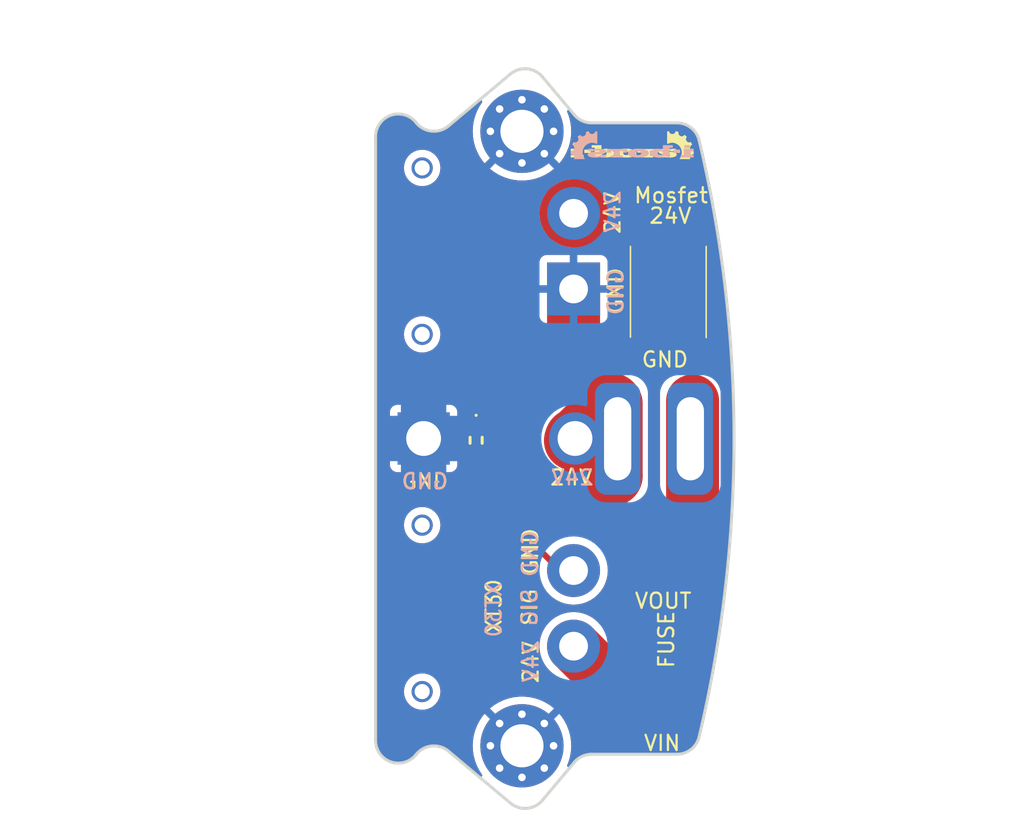
<source format=kicad_pcb>
(kicad_pcb (version 20240108) (generator "pcbnew") (generator_version "8.0")
  (layers (0 "F.Cu" signal) (31 "B.Cu" signal) (34 "B.Paste" user) (35 "F.Paste" user) (36 "B.SilkS" user "B.Silkscreen") (37 "F.SilkS" user "F.Silkscreen") (38 "B.Mask" user) (39 "F.Mask" user) (44 "Edge.Cuts" user))
  (net 0 "")
  (net 1 "SIG")
  (net 2 "+24V")
  (net 3 "GND")
  (net 4 "VOUT")
  (net 5 "VIN")
  (net 6 "Net-(J1-Pin_1)")
  (net 7 "INPUT")
  (footprint "ownstuff:RND 210-00545 Schalter 3A" (layer "F.Cu") (at 85.4 11 180)
    (property "Reference" "J3" (hide yes))
    (property "Value" "Conn_01x02_Male" (hide yes))
  )
  (footprint "libloader:SMLD12EN1WT86C" (layer "F.Cu") (at 68.45 0.1 -90)
    (property "Reference" "LED1" (hide yes))
    (property "Value" "SMLD12EN1WT86C" (hide yes))
  )
  (footprint "Bohrloch:Loch" (layer "F.Cu") (at 71.478241 20.293027)
    (property "Reference" "REF**" (hide yes))
    (property "Value" "Loch" (hide yes))
  )
  (footprint "Justus:mp012928" (layer "F.Cu") (at 80.395 7.6 -90)
    (property "Reference" "J4" (hide yes))
    (property "Value" "Conn_01x02_Pin" (hide yes))
  )
  (footprint "Connector_AMASS:AMASS_XT30PW-M_1x02_P2.50mm_Horizontal" (layer "F.Cu") (at 74.887 11.21 90)
    (property "Reference" "REF**" (hide yes))
    (property "Value" "AMASS_XT30PW-M_1x02_P2.50mm_Horizontal" (hide yes))
  )
  (footprint "libloader:BSC021N08NS5ATMA1" (layer "F.Cu") (at 81.145 -9.712)
    (property "Reference" "Q1" (hide yes))
    (property "Value" "ISC009N06LM5ATMA1" (hide yes))
  )
  (footprint "libloader:CAPPRD1000W210D2550H4200" (layer "F.Cu") (at 69.982 -0.018 180)
    (property "Reference" "C1" (hide yes))
    (property "Value" "ALC80A392BD063" (hide yes))
  )
  (footprint "Connector_AMASS:AMASS_XT30PW-M_1x02_P2.50mm_Horizontal" (layer "F.Cu") (at 74.887 -12.4 90)
    (property "Reference" "REF**" (hide yes))
    (property "Value" "AMASS_XT30PW-M_1x02_P2.50mm_Horizontal" (hide yes))
  )
  (footprint "Bohrloch:Loch" (layer "F.Cu") (at 71.478241 -20.319363)
    (property "Reference" "REF**" (hide yes))
    (property "Value" "Loch" (hide yes))
  )
  (gr_poly (pts (xy 80.801575 -19.404019) (xy 80.800798 -19.403974) (xy 80.800041 -19.4039) (xy 80.799305 -19.403797) (xy 80.79859 -19.403667) (xy 80.797896 -19.403511) (xy 80.797223 -19.40333) (xy 80.796573 -19.403125) (xy 80.795945 -19.402897) (xy 80.795339 -19.402646) (xy 80.794756 -19.402374) (xy 80.794197 -19.402081) (xy 80.793661 -19.40177) (xy 80.79315 -19.401439) (xy 80.792663 -19.401092) (xy 80.792201 -19.400727) (xy 80.791764 -19.400348) (xy 80.791353 -19.399954) (xy 80.790967 -19.399546) (xy 80.790608 -19.399125) (xy 80.790275 -19.398693) (xy 80.78997 -19.398251) (xy 80.789692 -19.397798) (xy 80.789441 -19.397337) (xy 80.789219 -19.396869) (xy 80.789025 -19.396393) (xy 80.78886 -19.395912) (xy 80.788724 -19.395425) (xy 80.788618 -19.394935) (xy 80.788542 -19.394442) (xy 80.788496 -19.393947) (xy 80.78848 -19.393451) (xy 80.78848 -19.073305) (xy 80.777905 -19.081528) (xy 80.769519 -19.087559) (xy 80.759066 -19.094565) (xy 80.746543 -19.102319) (xy 80.731949 -19.110594) (xy 80.715281 -19.119161) (xy 80.696537 -19.127793) (xy 80.686387 -19.132062) (xy 80.675717 -19.136262) (xy 80.664527 -19.140365) (xy 80.652817 -19.144341) (xy 80.640586 -19.148163) (xy 80.627835 -19.151802) (xy 80.614563 -19.155229) (xy 80.600771 -19.158417) (xy 80.586457 -19.161336) (xy 80.571621 -19.163958) (xy 80.556264 -19.166255) (xy 80.540384 -19.168198) (xy 80.523983 -19.169758) (xy 80.507058 -19.170908) (xy 80.489611 -19.171619) (xy 80.471642 -19.171863) (xy 80.428028 -19.170743) (xy 80.383365 -19.167371) (xy 80.338188 -19.161725) (xy 80.293027 -19.153786) (xy 80.248417 -19.143534) (xy 80.204891 -19.130947) (xy 80.16298 -19.116005) (xy 80.123219 -19.098689) (xy 80.086139 -19.078977) (xy 80.052275 -19.05685) (xy 80.036714 -19.044875) (xy 80.022158 -19.032287) (xy 80.008672 -19.019086) (xy 79.996322 -19.005268) (xy 79.985176 -18.990831) (xy 79.9753 -18.975772) (xy 79.96676 -18.96009) (xy 79.959624 -18.94378) (xy 79.953958 -18.926841) (xy 79.949828 -18.90927) (xy 79.947301 -18.891064) (xy 79.946444 -18.872222) (xy 79.94737 -18.850979) (xy 79.950103 -18.830767) (xy 79.954571 -18.811563) (xy 79.960707 -18.793342) (xy 79.968439 -18.776082) (xy 79.977698 -18.75976) (xy 79.988414 -18.744351) (xy 80.000518 -18.729833) (xy 80.01394 -18.716182) (xy 80.028609 -18.703375) (xy 80.044457 -18.691388) (xy 80.061414 -18.680199) (xy 80.079409 -18.669783) (xy 80.098373 -18.660118) (xy 80.118236 -18.651179) (xy 80.138928 -18.642944) (xy 80.16038 -18.635389) (xy 80.182522 -18.628491) (xy 80.205285 -18.622227) (xy 80.228597 -18.616572) (xy 80.276594 -18.607) (xy 80.325956 -18.599587) (xy 80.376123 -18.594148) (xy 80.426539 -18.590494) (xy 80.476644 -18.588438) (xy 80.525881 -18.587795) (xy 80.574895 -18.588936) (xy 80.620983 -18.592181) (xy 80.664151 -18.597261) (xy 80.704403 -18.603908) (xy 80.741744 -18.611853) (xy 80.77618 -18.620828) (xy 80.807715 -18.630564) (xy 80.836353 -18.640794) (xy 80.862101 -18.651249) (xy 80.884962 -18.66166) (xy 80.904941 -18.671759) (xy 80.922043 -18.681278) (xy 80.947637 -18.6975) (xy 80.961782 -18.70818) (xy 81.057032 -18.598379) (xy 81.058017 -18.597425) (xy 81.058991 -18.596547) (xy 81.059956 -18.595742) (xy 81.060918 -18.595009) (xy 81.06188 -18.594346) (xy 81.062846 -18.593751) (xy 81.063819 -18.593222) (xy 81.064804 -18.592756) (xy 81.065805 -18.592353) (xy 81.066825 -18.592009) (xy 81.067868 -18.591724) (xy 81.068939 -18.591495) (xy 81.07004 -18.59132) (xy 81.071176 -18.591198) (xy 81.072351 -18.591126) (xy 81.073569 -18.591102) (xy 81.214459 -18.591102) (xy 81.217546 -18.591186) (xy 81.220363 -18.591431) (xy 81.221674 -18.59161) (xy 81.222921 -18.591826) (xy 81.224106 -18.592078) (xy 81.225229 -18.592363) (xy 81.226292 -18.592682) (xy 81.227296 -18.593032) (xy 81.228243 -18.593413) (xy 81.229133 -18.593823) (xy 81.229968 -18.594261) (xy 81.230749 -18.594727) (xy 81.231477 -18.595217) (xy 81.232153 -18.595733) (xy 81.232779 -18.596271) (xy 81.233356 -18.596832) (xy 81.233885 -18.597413) (xy 81.234368 -18.598014) (xy 81.234804 -18.598634) (xy 81.235197 -18.59927) (xy 81.235853 -18.60059) (xy 81.236347 -18.601964) (xy 81.236688 -18.603383) (xy 81.236885 -18.604837) (xy 81.236949 -18.606316) (xy 81.236949 -18.876191) (xy 80.785834 -18.876191) (xy 80.785647 -18.869072) (xy 80.785088 -18.862105) (xy 80.784161 -18.855295) (xy 80.782871 -18.848647) (xy 80.781221 -18.842166) (xy 80.779216 -18.835856) (xy 80.776859 -18.829723) (xy 80.774156 -18.82377) (xy 80.771109 -18.818004) (xy 80.767723 -18.812429) (xy 80.764003 -18.807049) (xy 80.759952 -18.80187) (xy 80.755575 -18.796896) (xy 80.750875 -18.792133) (xy 80.745857 -18.787584) (xy 80.740524 -18.783256) (xy 80.734882 -18.779153) (xy 80.728934 -18.775279) (xy 80.722684 -18.771639) (xy 80.716136 -18.768239) (xy 80.709294 -18.765083) (xy 80.702163 -18.762176) (xy 80.694747 -18.759523) (xy 80.68705 -18.757129) (xy 80.679075 -18.754998) (xy 80.670827 -18.753135) (xy 80.662311 -18.751546) (xy 80.65353 -18.750235) (xy 80.644488 -18.749207) (xy 80.635189 -18.748466) (xy 80.625639 -18.748019) (xy 80.615839 -18.747868) (xy 80.597471 -18.748401) (xy 80.579858 -18.749991) (xy 80.563062 -18.752625) (xy 80.547141 -18.756291) (xy 80.532154 -18.760977) (xy 80.518159 -18.766669) (xy 80.511553 -18.769889) (xy 80.505218 -18.773356) (xy 80.49916 -18.777068) (xy 80.493387 -18.781024) (xy 80.487907 -18.785222) (xy 80.482727 -18.789661) (xy 80.477854 -18.794338) (xy 80.473297 -18.799254) (xy 80.469061 -18.804405) (xy 80.465155 -18.809791) (xy 80.461586 -18.815409) (xy 80.458361 -18.821259) (xy 80.455488 -18.827338) (xy 80.452974 -18.833646) (xy 80.450826 -18.840179) (xy 80.449053 -18.846938) (xy 80.44766 -18.85392) (xy 80.446657 -18.861124) (xy 80.446049 -18.868548) (xy 80.445845 -18.876191) (xy 80.446105 -18.883834) (xy 80.446875 -18.891258) (xy 80.448134 -18.898462) (xy 80.449866 -18.905444) (xy 80.452052 -18.912202) (xy 80.454674 -18.918736) (xy 80.457713 -18.925044) (xy 80.461151 -18.931123) (xy 80.46497 -18.936973) (xy 80.469152 -18.942591) (xy 80.473677 -18.947977) (xy 80.478529 -18.953128) (xy 80.483688 -18.958043) (xy 80.489136 -18.962721) (xy 80.494856 -18.96716) (xy 80.500828 -18.971358) (xy 80.507035 -18.975314) (xy 80.513458 -18.979026) (xy 80.520079 -18.982493) (xy 80.52688 -18.985713) (xy 80.533842 -18.988684) (xy 80.540947 -18.991405) (xy 80.548176 -18.993874) (xy 80.555512 -18.996091) (xy 80.562937 -18.998052) (xy 80.570431 -18.999757) (xy 80.577977 -19.001204) (xy 80.585556 -19.002391) (xy 80.59315 -19.003318) (xy 80.600741 -19.003981) (xy 80.60831 -19.00438) (xy 80.615839 -19.004514) (xy 80.632791 -19.003879) (xy 80.649352 -19.002228) (xy 80.665424 -18.999568) (xy 80.68091 -18.995905) (xy 80.695715 -18.991245) (xy 80.709741 -18.985596) (xy 80.722891 -18.978965) (xy 80.729107 -18.975283) (xy 80.735067 -18.971358) (xy 80.740761 -18.967191) (xy 80.746175 -18.962782) (xy 80.751297 -18.958133) (xy 80.756115 -18.953244) (xy 80.760618 -18.948117) (xy 80.764792 -18.942751) (xy 80.768627 -18.937148) (xy 80.772109 -18.931309) (xy 80.775227 -18.925234) (xy 80.777969 -18.918925) (xy 80.780322 -18.912382) (xy 80.782274 -18.905606) (xy 80.783813 -18.898599) (xy 80.784928 -18.891359) (xy 80.785606 -18.88389) (xy 80.785834 -18.876191) (xy 81.236949 -18.876191) (xy 81.236949 -19.237347) (xy 81.422157 -19.237347) (xy 81.424342 -19.2374) (xy 81.426428 -19.237558) (xy 81.42841 -19.237814) (xy 81.430281 -19.238164) (xy 81.432035 -19.238603) (xy 81.433668 -19.239126) (xy 81.435173 -19.239729) (xy 81.436544 -19.240406) (xy 81.437775 -19.241153) (xy 81.438862 -19.241966) (xy 81.439797 -19.242838) (xy 81.440575 -19.243765) (xy 81.440903 -19.244248) (xy 81.44119 -19.244743) (xy 81.441435 -19.245249) (xy 81.441637 -19.245766) (xy 81.441795 -19.246294) (xy 81.441909 -19.246831) (xy 81.441978 -19.247376) (xy 81.442001 -19.24793) (xy 81.442001 -19.383529) (xy 81.441924 -19.386049) (xy 81.441829 -19.387245) (xy 81.441696 -19.388399) (xy 81.441526 -19.38951) (xy 81.441321 -19.39058) (xy 81.441079 -19.391608) (xy 81.440802 -19.392593) (xy 81.44049 -19.393538) (xy 81.440144 -19.39444) (xy 81.439764 -19.395302) (xy 81.43935 -19.396122) (xy 81.438903 -19.3969) (xy 81.438424 -19.397638) (xy 81.437913 -19.398335) (xy 81.437371 -19.398991) (xy 81.436797 -19.399606) (xy 81.436193 -19.400181) (xy 81.435559 -19.400715) (xy 81.434895 -19.401209) (xy 81.434203 -19.401663) (xy 81.433481 -19.402077) (xy 81.432732 -19.40245) (xy 81.431955 -19.402784) (xy 81.431151 -19.403078) (xy 81.43032 -19.403333) (xy 81.429463 -19.403548) (xy 81.42858 -19.403723) (xy 81.427673 -19.40386) (xy 81.42674 -19.403957) (xy 81.424803 -19.404035) (xy 80.802371 -19.404035)) (stroke (width -0.000001)) (fill solid) (layer "B.SilkS"))
  (gr_poly (pts (xy 79.050887 -19.170991) (xy 79.007768 -19.168302) (xy 78.96142 -19.163683) (xy 78.91276 -19.157021) (xy 78.862709 -19.148205) (xy 78.812186 -19.137121) (xy 78.762111 -19.123657) (xy 78.713403 -19.107701) (xy 78.666981 -19.089141) (xy 78.623766 -19.067864) (xy 78.603648 -19.056171) (xy 78.584676 -19.043758) (xy 78.566966 -19.030608) (xy 78.550632 -19.01671) (xy 78.535789 -19.002047) (xy 78.522553 -18.986607) (xy 78.511037 -18.970376) (xy 78.501357 -18.953339) (xy 78.493629 -18.935482) (xy 78.487966 -18.916791) (xy 78.484484 -18.897253) (xy 78.483298 -18.876852) (xy 78.484668 -18.852747) (xy 78.488676 -18.830012) (xy 78.495171 -18.808608) (xy 78.504001 -18.788496) (xy 78.515013 -18.769636) (xy 78.528055 -18.751988) (xy 78.542976 -18.735512) (xy 78.559624 -18.72017) (xy 78.577846 -18.70592) (xy 78.59749 -18.692723) (xy 78.618406 -18.68054) (xy 78.640439 -18.66933) (xy 78.663439 -18.659055) (xy 78.687254 -18.649674) (xy 78.736719 -18.633436) (xy 78.787618 -18.620298) (xy 78.838735 -18.609944) (xy 78.888854 -18.602054) (xy 78.936758 -18.596311) (xy 78.981233 -18.592398) (xy 79.021062 -18.589997) (xy 79.081917 -18.588457) (xy 79.243313 -18.588457) (xy 79.310844 -18.59004) (xy 79.375393 -18.594673) (xy 79.436773 -18.602182) (xy 79.494792 -18.612393) (xy 79.549261 -18.625131) (xy 79.599989 -18.640221) (xy 79.646788 -18.657489) (xy 79.689467 -18.676761) (xy 79.727836 -18.697863) (xy 79.761706 -18.720619) (xy 79.790885 -18.744856) (xy 79.815186 -18.770399) (xy 79.834416 -18.797074) (xy 79.842071 -18.810781) (xy 79.848388 -18.824706) (xy 79.853342 -18.838826) (xy 79.85691 -18.853121) (xy 79.859068 -18.867567) (xy 79.859661 -18.879498) (xy 79.353116 -18.879498) (xy 79.352879 -18.872372) (xy 79.352176 -18.865383) (xy 79.351017 -18.858537) (xy 79.349412 -18.851841) (xy 79.347371 -18.8453) (xy 79.344906 -18.838919) (xy 79.342025 -18.832706) (xy 79.338739 -18.826664) (xy 79.33506 -18.820801) (xy 79.330996 -18.815122) (xy 79.326558 -18.809633) (xy 79.321757 -18.80434) (xy 79.316603 -18.799248) (xy 79.311106 -18.794364) (xy 79.305276 -18.789693) (xy 79.299124 -18.785241) (xy 79.29266 -18.781013) (xy 79.285895 -18.777016) (xy 79.278838 -18.773256) (xy 79.271499 -18.769738) (xy 79.26389 -18.766467) (xy 79.256021 -18.763451) (xy 79.247901 -18.760695) (xy 79.239541 -18.758203) (xy 79.230952 -18.755984) (xy 79.222143 -18.754041) (xy 79.213126 -18.752381) (xy 79.203909 -18.75101) (xy 79.194504 -18.749934) (xy 79.184921 -18.749157) (xy 79.17517 -18.748688) (xy 79.165261 -18.74853) (xy 79.146647 -18.749099) (xy 79.128343 -18.750793) (xy 79.11047 -18.753587) (xy 79.093152 -18.757459) (xy 79.076513 -18.762385) (xy 79.060675 -18.768342) (xy 79.045761 -18.775307) (xy 79.031895 -18.783256) (xy 79.019199 -18.792166) (xy 79.013329 -18.796975) (xy 79.007797 -18.802015) (xy 79.002619 -18.807283) (xy 78.997811 -18.812778) (xy 78.993388 -18.818495) (xy 78.989365 -18.824432) (xy 78.985758 -18.830586) (xy 78.982582 -18.836954) (xy 78.979852 -18.843534) (xy 78.977584 -18.850322) (xy 78.975794 -18.857315) (xy 78.974495 -18.864511) (xy 78.973705 -18.871906) (xy 78.973439 -18.879498) (xy 78.973762 -18.88744) (xy 78.974713 -18.89514) (xy 78.976268 -18.902598) (xy 78.978398 -18.909814) (xy 78.981078 -18.916787) (xy 78.984282 -18.923516) (xy 78.987984 -18.93) (xy 78.992156 -18.936239) (xy 78.996773 -18.942232) (xy 79.001808 -18.947978) (xy 79.007236 -18.953476) (xy 79.013029 -18.958726) (xy 79.019162 -18.963727) (xy 79.025609 -18.968478) (xy 79.032342 -18.972979) (xy 79.039336 -18.977229) (xy 79.046565 -18.981227) (xy 79.054002 -18.984972) (xy 79.061621 -18.988463) (xy 79.069395 -18.991701) (xy 79.077299 -18.994684) (xy 79.085306 -18.997411) (xy 79.101524 -19.002096) (xy 79.117839 -19.005749) (xy 79.13404 -19.008367) (xy 79.149918 -19.009941) (xy 79.165261 -19.010467) (xy 79.182414 -19.009912) (xy 79.199541 -19.008258) (xy 79.216494 -19.005523) (xy 79.233123 -19.001723) (xy 79.249279 -18.996878) (xy 79.264814 -18.991003) (xy 79.279577 -18.984117) (xy 79.293419 -18.976237) (xy 79.306192 -18.96738) (xy 79.312131 -18.96259) (xy 79.317746 -18.957563) (xy 79.323019 -18.952301) (xy 79.327932 -18.946805) (xy 79.332465 -18.941078) (xy 79.3366 -18.935123) (xy 79.340319 -18.92894) (xy 79.343602 -18.922533) (xy 79.346431 -18.915904) (xy 79.348788 -18.909055) (xy 79.350653 -18.901987) (xy 79.352009 -18.894704) (xy 79.352836 -18.887207) (xy 79.353116 -18.879498) (xy 79.859661 -18.879498) (xy 79.859793 -18.882144) (xy 79.858778 -18.901773) (xy 79.855783 -18.920606) (xy 79.850883 -18.938656) (xy 79.844151 -18.955934) (xy 79.835663 -18.972451) (xy 79.825491 -18.988217) (xy 79.813711 -19.003246) (xy 79.800396 -19.017547) (xy 79.785621 -19.031131) (xy 79.76946 -19.044012) (xy 79.751987 -19.056198) (xy 79.733277 -19.067702) (xy 79.713404 -19.078536) (xy 79.692442 -19.088709) (xy 79.670465 -19.098235) (xy 79.647547 -19.107123) (xy 79.623764 -19.115385) (xy 79.599188 -19.123032) (xy 79.573895 -19.130076) (xy 79.547958 -19.136528) (xy 79.494451 -19.1477) (xy 79.43926 -19.156639) (xy 79.382981 -19.163435) (xy 79.326206 -19.168177) (xy 79.269531 -19.170956) (xy 79.213548 -19.171863) (xy 79.089855 -19.171863)) (stroke (width -0.000001)) (fill solid) (layer "B.SilkS"))
  (gr_poly (pts (xy 82.219006 -19.40398) (xy 82.216899 -19.403813) (xy 82.214885 -19.403529) (xy 82.212972 -19.403125) (xy 82.211167 -19.402597) (xy 82.210308 -19.402286) (xy 82.209479 -19.401942) (xy 82.20868 -19.401565) (xy 82.207914 -19.401154) (xy 82.207181 -19.40071) (xy 82.206481 -19.400231) (xy 82.205817 -19.399718) (xy 82.205188 -19.399169) (xy 82.204596 -19.398584) (xy 82.204042 -19.397963) (xy 82.203527 -19.397305) (xy 82.203051 -19.396609) (xy 82.202616 -19.395876) (xy 82.202223 -19.395105) (xy 82.201873 -19.394295) (xy 82.201566 -19.393446) (xy 82.201303 -19.392557) (xy 82.201086 -19.391627) (xy 82.200916 -19.390657) (xy 82.200793 -19.389646) (xy 82.200719 -19.388593) (xy 82.200694 -19.387498) (xy 82.200694 -19.238009) (xy 82.200748 -19.236763) (xy 82.200913 -19.235513) (xy 82.201038 -19.23489) (xy 82.201191 -19.23427) (xy 82.201372 -19.233656) (xy 82.201582 -19.233048) (xy 82.201822 -19.232447) (xy 82.20209 -19.231856) (xy 82.202389 -19.231275) (xy 82.202717 -19.230707) (xy 82.203075 -19.230152) (xy 82.203463 -19.229612) (xy 82.203882 -19.229088) (xy 82.204332 -19.228583) (xy 82.204812 -19.228097) (xy 82.205324 -19.227631) (xy 82.205868 -19.227188) (xy 82.206443 -19.226769) (xy 82.20705 -19.226375) (xy 82.207689 -19.226007) (xy 82.208361 -19.225668) (xy 82.209065 -19.225358) (xy 82.209803 -19.225079) (xy 82.210573 -19.224833) (xy 82.211377 -19.224621) (xy 82.212215 -19.224444) (xy 82.213086 -19.224303) (xy 82.213992 -19.224201) (xy 82.214932 -19.224139) (xy 82.215907 -19.224118) (xy 82.563173 -19.224118) (xy 82.564746 -19.224135) (xy 82.566239 -19.224189) (xy 82.567648 -19.224288) (xy 82.568971 -19.224438) (xy 82.570205 -19.224647) (xy 82.571347 -19.22492) (xy 82.572394 -19.225265) (xy 82.572881 -19.225467) (xy 82.573343 -19.225689) (xy 82.57378 -19.225932) (xy 82.574191 -19.226198) (xy 82.574576 -19.226486) (xy 82.574936 -19.226799) (xy 82.575268 -19.227136) (xy 82.575574 -19.227498) (xy 82.575852 -19.227887) (xy 82.576102 -19.228304) (xy 82.576325 -19.228748) (xy 82.576518 -19.229222) (xy 82.576683 -19.229725) (xy 82.576819 -19.230258) (xy 82.576926 -19.230824) (xy 82.577002 -19.231421) (xy 82.577048 -19.232052) (xy 82.577063 -19.232717) (xy 82.577063 -19.394113) (xy 82.577048 -19.394549) (xy 82.577002 -19.394987) (xy 82.576924 -19.395427) (xy 82.576817 -19.395868) (xy 82.576678 -19.396309) (xy 82.57651 -19.396748) (xy 82.576311 -19.397184) (xy 82.576082 -19.397616) (xy 82.575822 -19.398044) (xy 82.575533 -19.398466) (xy 82.575214 -19.39888) (xy 82.574866 -19.399287) (xy 82.574488 -19.399684) (xy 82.57408 -19.400071) (xy 82.573643 -19.400447) (xy 82.573177 -19.40081) (xy 82.572682 -19.40116) (xy 82.572158 -19.401495) (xy 82.571605 -19.401814) (xy 82.571024 -19.402116) (xy 82.570414 -19.402401) (xy 82.569775 -19.402666) (xy 82.569108 -19.402911) (xy 82.568413 -19.403135) (xy 82.567689 -19.403337) (xy 82.566938 -19.403516) (xy 82.566159 -19.40367) (xy 82.565352 -19.403798) (xy 82.564518 -19.4039) (xy 82.563656 -19.403974) (xy 82.562766 -19.404019) (xy 82.56185 -19.404035) (xy 82.221199 -19.404035)) (stroke (width -0.000001)) (fill solid) (layer "B.SilkS"))
  (gr_poly (pts (xy 82.176746 -19.169202) (xy 82.17597 -19.169156) (xy 82.175213 -19.169082) (xy 82.174477 -19.168979) (xy 82.173762 -19.16885) (xy 82.173068 -19.168694) (xy 82.172395 -19.168513) (xy 82.171744 -19.168308) (xy 82.171116 -19.168079) (xy 82.170511 -19.167828) (xy 82.169928 -19.167556) (xy 82.169369 -19.167264) (xy 82.168833 -19.166952) (xy 82.168322 -19.166622) (xy 82.167835 -19.166274) (xy 82.167373 -19.16591) (xy 82.166936 -19.16553) (xy 82.166524 -19.165136) (xy 82.166139 -19.164728) (xy 82.16578 -19.164308) (xy 82.165447 -19.163876) (xy 82.165142 -19.163433) (xy 82.164864 -19.162981) (xy 82.164613 -19.16252) (xy 82.164391 -19.162051) (xy 82.164197 -19.161575) (xy 82.164032 -19.161094) (xy 82.163896 -19.160608) (xy 82.16379 -19.160118) (xy 82.163713 -19.159625) (xy 82.163667 -19.15913) (xy 82.163652 -19.158634) (xy 82.163652 -18.757129) (xy 81.979105 -18.757129) (xy 81.979105 -18.756467) (xy 81.978309 -18.756448) (xy 81.977532 -18.756391) (xy 81.976775 -18.756299) (xy 81.976039 -18.756172) (xy 81.975324 -18.756013) (xy 81.97463 -18.755822) (xy 81.973958 -18.755601) (xy 81.973307 -18.755351) (xy 81.972679 -18.755074) (xy 81.972073 -18.754771) (xy 81.97149 -18.754445) (xy 81.970931 -18.754095) (xy 81.970396 -18.753724) (xy 81.969884 -18.753333) (xy 81.969397 -18.752924) (xy 81.968935 -18.752498) (xy 81.968498 -18.752057) (xy 81.968087 -18.751601) (xy 81.967342 -18.750653) (xy 81.966704 -18.749667) (xy 81.966176 -18.748654) (xy 81.965759 -18.747625) (xy 81.965594 -18.747108) (xy 81.965459 -18.746592) (xy 81.965352 -18.746077) (xy 81.965276 -18.745567) (xy 81.96523 -18.745061) (xy 81.965214 -18.744561) (xy 81.965214 -18.601686) (xy 81.96523 -18.600899) (xy 81.965276 -18.60015) (xy 81.965352 -18.599438) (xy 81.965459 -18.598762) (xy 81.965594 -18.598122) (xy 81.965759 -18.597516) (xy 81.965953 -18.596944) (xy 81.966176 -18.596404) (xy 81.966426 -18.595897) (xy 81.966704 -18.595421) (xy 81.96701 -18.594975) (xy 81.967342 -18.594558) (xy 81.967701 -18.59417) (xy 81.968087 -18.59381) (xy 81.968498 -18.593477) (xy 81.968935 -18.593169) (xy 81.969397 -18.592887) (xy 81.969884 -18.59263) (xy 81.970396 -18.592395) (xy 81.970931 -18.592184) (xy 81.97149 -18.591994) (xy 81.972073 -18.591825) (xy 81.972679 -18.591676) (xy 81.973307 -18.591547) (xy 81.97463 -18.591342) (xy 81.976039 -18.591204) (xy 81.977532 -18.591127) (xy 81.979105 -18.591102) (xy 82.812543 -18.591102) (xy 82.813155 -18.591131) (xy 82.813751 -18.591215) (xy 82.814332 -18.591352) (xy 82.814896 -18.591539) (xy 82.815444 -18.591774) (xy 82.815975 -18.592053) (xy 82.81649 -18.592374) (xy 82.816987 -18.592735) (xy 82.817466 -18.593133) (xy 82.817928 -18.593565) (xy 82.818372 -18.594029) (xy 82.818798 -18.594521) (xy 82.819205 -18.595039) (xy 82.819594 -18.595581) (xy 82.819964 -18.596144) (xy 82.820315 -18.596725) (xy 82.820646 -18.597321) (xy 82.820958 -18.59793) (xy 82.82125 -18.59855) (xy 82.821521 -18.599177) (xy 82.822004 -18.600443) (xy 82.822402 -18.601706) (xy 82.822716 -18.602947) (xy 82.822942 -18.604143) (xy 82.82308 -18.605273) (xy 82.823114 -18.605807) (xy 82.823126 -18.606316) (xy 82.823126 -18.746545) (xy 82.823105 -18.747157) (xy 82.823043 -18.747754) (xy 82.822941 -18.748335) (xy 82.822802 -18.748899) (xy 82.822626 -18.749447) (xy 82.822415 -18.749978) (xy 82.822171 -18.750492) (xy 82.821896 -18.750989) (xy 82.821591 -18.751469) (xy 82.821257 -18.751931) (xy 82.820896 -18.752375) (xy 82.82051 -18.752801) (xy 82.8201 -18.753208) (xy 82.819668 -18.753597) (xy 82.819215 -18.753967) (xy 82.818744 -18.754317) (xy 82.818255 -18.754649) (xy 82.81775 -18.75496) (xy 82.817231 -18.755252) (xy 82.816699 -18.755524) (xy 82.816156 -18.755775) (xy 82.815603 -18.756006) (xy 82.815042 -18.756216) (xy 82.814475 -18.756405) (xy 82.813903 -18.756573) (xy 82.813328 -18.756719) (xy 82.812751 -18.756843) (xy 82.812174 -18.756945) (xy 82.811599 -18.757025) (xy 82.811026 -18.757082) (xy 82.810458 -18.757117) (xy 82.809897 -18.757129) (xy 82.618074 -18.757129) (xy 82.618074 -19.00253) (xy 82.803282 -19.00253) (xy 82.805467 -19.002568) (xy 82.807553 -19.002686) (xy 82.809535 -19.002883) (xy 82.811406 -19.00316) (xy 82.81316 -19.003519) (xy 82.814793 -19.00396) (xy 82.816298 -19.004484) (xy 82.817669 -19.005093) (xy 82.8189 -19.005787) (xy 82.819987 -19.006567) (xy 82.820473 -19.00699) (xy 82.820922 -19.007434) (xy 82.821331 -19.007901) (xy 82.8217 -19.00839) (xy 82.822028 -19.008901) (xy 82.822315 -19.009434) (xy 82.82256 -19.00999) (xy 82.822762 -19.010569) (xy 82.82292 -19.011171) (xy 82.823034 -19.011795) (xy 82.823103 -19.012442) (xy 82.823126 -19.013113) (xy 82.823126 -19.148712) (xy 82.823049 -19.151122) (xy 82.822821 -19.153391) (xy 82.822652 -19.154472) (xy 82.822446 -19.155517) (xy 82.822204 -19.156525) (xy 82.821927 -19.157497) (xy 82.821615 -19.158432) (xy 82.821269 -19.15933) (xy 82.820889 -19.16019) (xy 82.820475 -19.161013) (xy 82.820028 -19.161799) (xy 82.819549 -19.162546) (xy 82.819038 -19.163255) (xy 82.818496 -19.163925) (xy 82.817922 -19.164557) (xy 82.817318 -19.16515) (xy 82.816684 -19.165703) (xy 82.81602 -19.166217) (xy 82.815328 -19.166692) (xy 82.814606 -19.167126) (xy 82.813857 -19.16752) (xy 82.81308 -19.167874) (xy 82.812276 -19.168186) (xy 82.811445 -19.168458) (xy 82.810588 -19.168689) (xy 82.809706 -19.168879) (xy 82.808798 -19.169026) (xy 82.807865 -19.169132) (xy 82.806909 -19.169196) (xy 82.805928 -19.169217) (xy 82.177543 -19.169217)) (stroke (width -0.000001)) (fill solid) (layer "B.SilkS"))
  (gr_poly (pts (xy 77.107992 -19.151339) (xy 77.106601 -19.151269) (xy 77.10528 -19.151127) (xy 77.104647 -19.151022) (xy 77.104033 -19.150893) (xy 77.103438 -19.150735) (xy 77.102863 -19.150546) (xy 77.102309 -19.150324) (xy 77.101775 -19.150067) (xy 77.101262 -19.149771) (xy 77.100772 -19.149435) (xy 77.100303 -19.149055) (xy 77.099858 -19.148629) (xy 77.099435 -19.148155) (xy 77.099037 -19.14763) (xy 77.098662 -19.147051) (xy 77.098312 -19.146416) (xy 77.097988 -19.145723) (xy 77.097689 -19.144968) (xy 77.097416 -19.14415) (xy 77.09717 -19.143265) (xy 77.096951 -19.142312) (xy 77.09676 -19.141287) (xy 77.096597 -19.140188) (xy 77.096462 -19.139013) (xy 77.096357 -19.137759) (xy 77.096281 -19.136424) (xy 77.096235 -19.135004) (xy 77.09622 -19.133498) (xy 77.09622 -18.92117) (xy 77.096244 -18.920164) (xy 77.096319 -18.919139) (xy 77.096451 -18.918106) (xy 77.096643 -18.917077) (xy 77.096902 -18.916064) (xy 77.097231 -18.915078) (xy 77.097636 -18.91413) (xy 77.097868 -18.913674) (xy 77.098121 -18.913233) (xy 77.098396 -18.912807) (xy 77.098692 -18.912397) (xy 77.099011 -18.912007) (xy 77.099352 -18.911636) (xy 77.099718 -18.911286) (xy 77.100108 -18.91096) (xy 77.100523 -18.910657) (xy 77.100964 -18.91038) (xy 77.10143 -18.91013) (xy 77.101924 -18.909909) (xy 77.102444 -18.909718) (xy 77.102993 -18.909559) (xy 77.10357 -18.909432) (xy 77.104177 -18.90934) (xy 77.104813 -18.909283) (xy 77.10548 -18.909264) (xy 77.346251 -18.909264) (xy 77.347922 -18.909282) (xy 77.348703 -18.909325) (xy 77.349445 -18.909409) (xy 77.3498 -18.90947) (xy 77.350144 -18.909547) (xy 77.350477 -18.90964) (xy 77.350798 -18.909752) (xy 77.351106 -18.909885) (xy 77.351403 -18.910039) (xy 77.351686 -18.910218) (xy 77.351956 -18.910422) (xy 77.352213 -18.910652) (xy 77.352456 -18.910912) (xy 77.352684 -18.911202) (xy 77.352898 -18.911525) (xy 77.353097 -18.911881) (xy 77.35328 -18.912273) (xy 77.353448 -18.912702) (xy 77.3536 -18.913171) (xy 77.353735 -18.91368) (xy 77.353853 -18.914231) (xy 77.353954 -18.914826) (xy 77.354038 -18.915468) (xy 77.354103 -18.916156) (xy 77.354151 -18.916894) (xy 77.354179 -18.917683) (xy 77.354189 -18.918524) (xy 77.354189 -19.01642) (xy 77.568502 -19.01642) (xy 77.568502 -18.728686) (xy 77.383955 -18.728686) (xy 77.383955 -18.728024) (xy 77.381572 -18.727988) (xy 77.38046 -18.727937) (xy 77.379407 -18.727859) (xy 77.378415 -18.72775) (xy 77.37749 -18.727606) (xy 77.376634 -18.727423) (xy 77.375852 -18.727197) (xy 77.375147 -18.726926) (xy 77.374523 -18.726603) (xy 77.374243 -18.726422) (xy 77.373985 -18.726227) (xy 77.373749 -18.726017) (xy 77.373536 -18.725792) (xy 77.373347 -18.725551) (xy 77.37318 -18.725295) (xy 77.373039 -18.725022) (xy 77.372921 -18.724732) (xy 77.372829 -18.724425) (xy 77.372763 -18.7241) (xy 77.372723 -18.723756) (xy 77.37271 -18.723394) (xy 77.37271 -18.595071) (xy 77.372723 -18.594709) (xy 77.372763 -18.594365) (xy 77.372829 -18.59404) (xy 77.372921 -18.593733) (xy 77.373039 -18.593443) (xy 77.37318 -18.59317) (xy 77.373347 -18.592914) (xy 77.373536 -18.592673) (xy 77.373749 -18.592449) (xy 77.373985 -18.592239) (xy 77.374243 -18.592043) (xy 77.374523 -18.591862) (xy 77.374825 -18.591694) (xy 77.375147 -18.59154) (xy 77.375489 -18.591398) (xy 77.375852 -18.591268) (xy 77.376233 -18.591149) (xy 77.376634 -18.591042) (xy 77.377053 -18.590946) (xy 77.37749 -18.59086) (xy 77.377944 -18.590783) (xy 77.378415 -18.590715) (xy 77.378903 -18.590657) (xy 77.379407 -18.590606) (xy 77.38046 -18.590528) (xy 77.381572 -18.590477) (xy 77.382738 -18.590449) (xy 77.383955 -18.590441) (xy 78.132064 -18.590441) (xy 78.132377 -18.590451) (xy 78.132698 -18.59048) (xy 78.133024 -18.590529) (xy 78.133354 -18.590597) (xy 78.133688 -18.590686) (xy 78.134024 -18.590794) (xy 78.134362 -18.590923) (xy 78.134699 -18.591071) (xy 78.135036 -18.59124) (xy 78.13537 -18.59143) (xy 78.135701 -18.59164) (xy 78.136029 -18.591871) (xy 78.13635 -18.592123) (xy 78.136666 -18.592395) (xy 78.136973 -18.592689) (xy 78.137273 -18.593004) (xy 78.137562 -18.59334) (xy 78.137841 -18.593698) (xy 78.138108 -18.594077) (xy 78.138362 -18.594478) (xy 78.138602 -18.594901) (xy 78.138826 -18.595345) (xy 78.139035 -18.595812) (xy 78.139226 -18.596301) (xy 78.139399 -18.596812) (xy 78.139552 -18.597346) (xy 78.139685 -18.597902) (xy 78.139796 -18.59848) (xy 78.139884 -18.599082) (xy 78.139948 -18.599706) (xy 78.139988 -18.600354) (xy 78.140001 -18.601024) (xy 78.140001 -18.718102) (xy 78.13999 -18.71848) (xy 78.139956 -18.718868) (xy 78.139823 -18.719668) (xy 78.139609 -18.720492) (xy 78.139319 -18.721327) (xy 78.13896 -18.722162) (xy 78.138536 -18.722986) (xy 78.138055 -18.723786) (xy 78.137521 -18.724552) (xy 78.13694 -18.725271) (xy 78.136319 -18.725931) (xy 78.135663 -18.726522) (xy 78.135324 -18.726788) (xy 78.134978 -18.727032) (xy 78.134627 -18.727253) (xy 78.13427 -18.727449) (xy 78.133909 -18.727619) (xy 78.133544 -18.727761) (xy 78.133177 -18.727874) (xy 78.132807 -18.727956) (xy 78.132436 -18.728007) (xy 78.132064 -18.728024) (xy 77.95347 -18.728024) (xy 77.95347 -19.015759) (xy 78.153892 -19.015759) (xy 78.153892 -18.915878) (xy 78.153909 -18.915398) (xy 78.15396 -18.914947) (xy 78.154043 -18.914525) (xy 78.154156 -18.914132) (xy 78.1543 -18.913765) (xy 78.154472 -18.913425) (xy 78.15467 -18.91311) (xy 78.154894 -18.912819) (xy 78.155142 -18.912552) (xy 78.155414 -18.912306) (xy 78.155706 -18.912082) (xy 78.156019 -18.911879) (xy 78.156351 -18.911694) (xy 78.156701 -18.911529) (xy 78.157066 -18.91138) (xy 78.157447 -18.911248) (xy 78.157841 -18.911132) (xy 78.158247 -18.91103) (xy 78.158665 -18.910942) (xy 78.159092 -18.910866) (xy 78.159969 -18.910748) (xy 78.160868 -18.910669) (xy 78.161779 -18.910622) (xy 78.162691 -18.910597) (xy 78.164475 -18.910587) (xy 78.413845 -18.910587) (xy 78.415068 -18.910633) (xy 78.416255 -18.910769) (xy 78.4174 -18.910992) (xy 78.418496 -18.9113) (xy 78.419537 -18.911689) (xy 78.420036 -18.911913) (xy 78.420519 -18.912156) (xy 78.420985 -18.912419) (xy 78.421434 -18.9127) (xy 78.421866 -18.912998) (xy 78.422278 -18.913315) (xy 78.422672 -18.913649) (xy 78.423045 -18.914001) (xy 78.423397 -18.914369) (xy 78.423728 -18.914753) (xy 78.424036 -18.915154) (xy 78.424322 -18.915569) (xy 78.424584 -18.916001) (xy 78.424821 -18.916447) (xy 78.425033 -18.916908) (xy 78.425219 -18.917382) (xy 78.425379 -18.917871) (xy 78.425511 -18.918373) (xy 78.425615 -18.918888) (xy 78.42569 -18.919416) (xy 78.425736 -18.919956) (xy 78.425751 -18.920509) (xy 78.425751 -19.140774) (xy 78.425739 -19.14127) (xy 78.425705 -19.141765) (xy 78.425649 -19.142258) (xy 78.42557 -19.142748) (xy 78.42547 -19.143235) (xy 78.42535 -19.143716) (xy 78.425048 -19.14466) (xy 78.424669 -19.145574) (xy 78.424216 -19.146448) (xy 78.423694 -19.147277) (xy 78.423407 -19.147671) (xy 78.423105 -19.14805) (xy 78.422787 -19.148415) (xy 78.422455 -19.148762) (xy 78.422107 -19.149092) (xy 78.421746 -19.149404) (xy 78.421371 -19.149697) (xy 78.420983 -19.149969) (xy 78.420582 -19.15022) (xy 78.42017 -19.150448) (xy 78.419745 -19.150653) (xy 78.41931 -19.150834) (xy 78.418864 -19.15099) (xy 78.418407 -19.15112) (xy 78.417941 -19.151222) (xy 78.417466 -19.151297) (xy 78.416982 -19.151342) (xy 78.41649 -19.151358) (xy 77.109449 -19.151358)) (stroke (width -0.000001)) (fill solid) (layer "B.SilkS"))
  (gr_poly (pts (xy 81.500187 -19.10967) (xy 81.499501 -19.109624) (xy 81.498814 -19.109546) (xy 81.498128 -19.109436) (xy 81.497445 -19.109296) (xy 81.496765 -19.109123) (xy 81.496091 -19.108919) (xy 81.495424 -19.108683) (xy 81.494766 -19.108415) (xy 81.494118 -19.108115) (xy 81.493482 -19.107783) (xy 81.49286 -19.107418) (xy 81.492252 -19.107021) (xy 81.491661 -19.106592) (xy 81.491089 -19.106129) (xy 81.490536 -19.105634) (xy 81.490004 -19.105106) (xy 81.489495 -19.104545) (xy 81.489011 -19.103951) (xy 81.488552 -19.103323) (xy 81.488122 -19.102662) (xy 81.48772 -19.101967) (xy 81.48735 -19.101239) (xy 81.487011 -19.100477) (xy 81.486707 -19.099681) (xy 81.486438 -19.098851) (xy 81.486206 -19.097987) (xy 81.486012 -19.097088) (xy 81.485859 -19.096155) (xy 81.485748 -19.095188) (xy 81.48568 -19.094186) (xy 81.485657 -19.093149) (xy 81.485657 -18.901988) (xy 81.485677 -18.901197) (xy 81.485735 -18.900437) (xy 81.485834 -18.899707) (xy 81.485972 -18.899007) (xy 81.486152 -18.898337) (xy 81.486372 -18.897696) (xy 81.486634 -18.897084) (xy 81.486939 -18.8965) (xy 81.487286 -18.895944) (xy 81.487676 -18.895416) (xy 81.48811 -18.894915) (xy 81.488587 -18.894442) (xy 81.48911 -18.893995) (xy 81.489677 -18.893574) (xy 81.49029 -18.893179) (xy 81.490949 -18.89281) (xy 81.491654 -18.892466) (xy 81.492407 -18.892147) (xy 81.493207 -18.891852) (xy 81.494055 -18.891582) (xy 81.494951 -18.891335) (xy 81.495896 -18.891111) (xy 81.496891 -18.890911) (xy 81.497936 -18.890733) (xy 81.499031 -18.890577) (xy 81.500176 -18.890443) (xy 81.501374 -18.890331) (xy 81.502623 -18.890241) (xy 81.505278 -18.890121) (xy 81.508147 -18.890082) (xy 81.905683 -18.890082) (xy 81.906664 -18.890101) (xy 81.907621 -18.890159) (xy 81.908553 -18.890256) (xy 81.909461 -18.890392) (xy 81.910343 -18.890566) (xy 81.9112 -18.890779) (xy 81.912031 -18.891031) (xy 81.912835 -18.891322) (xy 81.913612 -18.891651) (xy 81.914362 -18.892019) (xy 81.915083 -18.892426) (xy 81.915776 -18.892872) (xy 81.916439 -18.893357) (xy 81.917073 -18.89388) (xy 81.917677 -18.894442) (xy 81.918251 -18.895043) (xy 81.918794 -18.895682) (xy 81.919305 -18.89636) (xy 81.919784 -18.897077) (xy 81.92023 -18.897833) (xy 81.920644 -18.898628) (xy 81.921024 -18.899461) (xy 81.92137 -18.900333) (xy 81.921682 -18.901244) (xy 81.921959 -18.902193) (xy 81.922201 -18.903182) (xy 81.922407 -18.904209) (xy 81.922576 -18.905275) (xy 81.922709 -18.906379) (xy 81.922804 -18.907523) (xy 81.922862 -18.908705) (xy 81.922881 -18.909925) (xy 81.922881 -19.097779) (xy 81.92286 -19.098396) (xy 81.922796 -19.099003) (xy 81.922691 -19.099602) (xy 81.922544 -19.10019) (xy 81.922356 -19.100768) (xy 81.922127 -19.101334) (xy 81.921857 -19.101889) (xy 81.921548 -19.10243) (xy 81.921199 -19.102958) (xy 81.92081 -19.103472) (xy 81.920383 -19.103971) (xy 81.919916 -19.104454) (xy 81.919412 -19.10492) (xy 81.918869 -19.105369) (xy 81.918289 -19.1058) (xy 81.917672 -19.106213) (xy 81.917018 -19.106606) (xy 81.916328 -19.10698) (xy 81.915601 -19.107332) (xy 81.914839 -19.107663) (xy 81.914041 -19.107971) (xy 81.913209 -19.108257) (xy 81.912342 -19.108518) (xy 81.91144 -19.108756) (xy 81.910505 -19.108968) (xy 81.909536 -19.109154) (xy 81.908533 -19.109313) (xy 81.907498 -19.109446) (xy 81.906431 -19.10955) (xy 81.905331 -19.109625) (xy 81.9042 -19.10967) (xy 81.903038 -19.109686) (xy 81.500871 -19.109686)) (stroke (width -0.000001)) (fill solid) (layer "B.SilkS"))
  (gr_poly (pts (xy 76.353919 -20.323627) (xy 76.351597 -20.323511) (xy 76.34936 -20.323284) (xy 76.347204 -20.322944) (xy 76.345126 -20.32249) (xy 76.343122 -20.32192) (xy 76.34119 -20.321232) (xy 76.339326 -20.320424) (xy 76.337527 -20.319493) (xy 76.33579 -20.318439) (xy 76.334112 -20.317258) (xy 76.33249 -20.31595) (xy 76.33092 -20.314512) (xy 76.3294 -20.312942) (xy 76.327926 -20.311238) (xy 76.326495 -20.309398) (xy 76.325104 -20.307422) (xy 76.32375 -20.305305) (xy 76.322429 -20.303047) (xy 76.319877 -20.298099) (xy 76.317421 -20.292562) (xy 76.315037 -20.28642) (xy 76.312742 -20.280273) (xy 76.310318 -20.274232) (xy 76.30776 -20.268296) (xy 76.305064 -20.262463) (xy 76.302224 -20.25673) (xy 76.299236 -20.251097) (xy 76.296095 -20.24556) (xy 76.292796 -20.240118) (xy 76.289334 -20.234769) (xy 76.285705 -20.229512) (xy 76.281903 -20.224343) (xy 76.277923 -20.219262) (xy 76.273762 -20.214265) (xy 76.269414 -20.209353) (xy 76.264873 -20.204521) (xy 76.260136 -20.199769) (xy 76.251091 -20.19134) (xy 76.241816 -20.183651) (xy 76.232314 -20.176683) (xy 76.222588 -20.170417) (xy 76.212642 -20.164833) (xy 76.202477 -20.159911) (xy 76.192097 -20.155633) (xy 76.181505 -20.151979) (xy 76.170704 -20.148929) (xy 76.159697 -20.146465) (xy 76.148486 -20.144566) (xy 76.137074 -20.143214) (xy 76.125465 -20.14239) (xy 76.113661 -20.142072) (xy 76.101665 -20.142244) (xy 76.08948 -20.142884) (xy 76.08121 -20.143614) (xy 76.073023 -20.14457) (xy 76.064926 -20.14576) (xy 76.056924 -20.147194) (xy 76.049022 -20.148879) (xy 76.041227 -20.150825) (xy 76.033544 -20.153041) (xy 76.02598 -20.155534) (xy 76.018539 -20.158315) (xy 76.011228 -20.16139) (xy 76.004053 -20.16477) (xy 75.99702 -20.168464) (xy 75.990134 -20.172478) (xy 75.983401 -20.176824) (xy 75.976826 -20.181508) (xy 75.970417 -20.18654) (xy 75.966998 -20.189468) (xy 75.963681 -20.192541) (xy 75.960461 -20.195747) (xy 75.957332 -20.199077) (xy 75.954289 -20.202518) (xy 75.951325 -20.206062) (xy 75.948435 -20.209697) (xy 75.945612 -20.213412) (xy 75.942852 -20.217197) (xy 75.940148 -20.22104) (xy 75.934884 -20.228863) (xy 75.929776 -20.236794) (xy 75.924776 -20.244748) (xy 75.923093 -20.247631) (xy 75.921508 -20.250571) (xy 75.920012 -20.253563) (xy 75.918596 -20.256603) (xy 75.917249 -20.259685) (xy 75.915963 -20.262805) (xy 75.913532 -20.26914) (xy 75.908964 -20.282048) (xy 75.906672 -20.288545) (xy 75.904272 -20.295019) (xy 75.902516 -20.299269) (xy 75.901621 -20.301235) (xy 75.90071 -20.303096) (xy 75.899781 -20.304855) (xy 75.898831 -20.306513) (xy 75.897859 -20.30807) (xy 75.896861 -20.30953) (xy 75.895835 -20.310892) (xy 75.894778 -20.31216) (xy 75.893688 -20.313333) (xy 75.892563 -20.314413) (xy 75.891399 -20.315403) (xy 75.890194 -20.316303) (xy 75.888946 -20.317114) (xy 75.887652 -20.317839) (xy 75.88631 -20.318479) (xy 75.884916 -20.319035) (xy 75.883469 -20.319509) (xy 75.881966 -20.319901) (xy 75.880405 -20.320215) (xy 75.878782 -20.32045) (xy 75.877095 -20.320608) (xy 75.875343 -20.320692) (xy 75.873521 -20.320702) (xy 75.871628 -20.32064) (xy 75.869661 -20.320507) (xy 75.867618 -20.320304) (xy 75.863292 -20.319698) (xy 75.85863 -20.318832) (xy 75.846724 -20.316462) (xy 75.834818 -20.314263) (xy 75.811006 -20.310067) (xy 75.799099 -20.307915) (xy 75.787193 -20.305623) (xy 75.775287 -20.303114) (xy 75.76338 -20.300311) (xy 75.753969 -20.297928) (xy 75.745323 -20.295449) (xy 75.737436 -20.29281) (xy 75.730297 -20.289945) (xy 75.727006 -20.288407) (xy 75.723899 -20.286789) (xy 75.720974 -20.285081) (xy 75.718232 -20.283277) (xy 75.71567 -20.281368) (xy 75.713288 -20.279345) (xy 75.711084 -20.277201) (xy 75.709058 -20.274927) (xy 75.707208 -20.272516) (xy 75.705534 -20.269959) (xy 75.704033 -20.267249) (xy 75.702706 -20.264376) (xy 75.70155 -20.261334) (xy 75.700566 -20.258113) (xy 75.699751 -20.254706) (xy 75.699105 -20.251104) (xy 75.698627 -20.247301) (xy 75.698315 -20.243286) (xy 75.698169 -20.239053) (xy 75.698187 -20.234593) (xy 75.698368 -20.229897) (xy 75.698712 -20.224959) (xy 75.699881 -20.214321) (xy 75.700931 -20.204274) (xy 75.701372 -20.194465) (xy 75.701226 -20.184884) (xy 75.700521 -20.175523) (xy 75.699281 -20.16637) (xy 75.697532 -20.157418) (xy 75.695298 -20.148655) (xy 75.692604 -20.140073) (xy 75.689477 -20.131661) (xy 75.685941 -20.123409) (xy 75.682021 -20.11531) (xy 75.677742 -20.107351) (xy 75.67313 -20.099524) (xy 75.66821 -20.09182) (xy 75.663008 -20.084227) (xy 75.657547 -20.076738) (xy 75.651967 -20.069706) (xy 75.646143 -20.062989) (xy 75.640081 -20.056579) (xy 75.633786 -20.050466) (xy 75.627262 -20.044639) (xy 75.620514 -20.039089) (xy 75.613548 -20.033807) (xy 75.606367 -20.028782) (xy 75.598976 -20.024006) (xy 75.591382 -20.019467) (xy 75.583588 -20.015158) (xy 75.575599 -20.011067) (xy 75.56742 -20.007186) (xy 75.559056 -20.003505) (xy 75.550512 -20.000013) (xy 75.541792 -19.996701) (xy 75.533025 -19.993753) (xy 75.524332 -19.991344) (xy 75.515711 -19.989456) (xy 75.507159 -19.988071) (xy 75.498672 -19.987171) (xy 75.490249 -19.986737) (xy 75.481886 -19.98675) (xy 75.473579 -19.987193) (xy 75.465327 -19.988046) (xy 75.457127 -19.989292) (xy 75.448975 -19.990912) (xy 75.440868 -19.992888) (xy 75.432804 -19.9952) (xy 75.42478 -19.997832) (xy 75.416792 -20.000764) (xy 75.408839 -20.003977) (xy 75.404157 -20.0062) (xy 75.399537 -20.008639) (xy 75.394979 -20.011279) (xy 75.390483 -20.014106) (xy 75.38605 -20.017103) (xy 75.381678 -20.020256) (xy 75.377368 -20.023547) (xy 75.37312 -20.026963) (xy 75.368935 -20.030487) (xy 75.364811 -20.034105) (xy 75.356749 -20.041557) (xy 75.348936 -20.049194) (xy 75.34137 -20.056894) (xy 75.336185 -20.061901) (xy 75.331265 -20.066255) (xy 75.32889 -20.068187) (xy 75.326566 -20.069954) (xy 75.324285 -20.071558) (xy 75.322043 -20.072996) (xy 75.319834 -20.074271) (xy 75.317652 -20.07538) (xy 75.315492 -20.076324) (xy 75.313349 -20.077102) (xy 75.311216 -20.077715) (xy 75.309088 -20.078162) (xy 75.306959 -20.078443) (xy 75.304825 -20.078557) (xy 75.302679 -20.078505) (xy 75.300515 -20.078285) (xy 75.298329 -20.077899) (xy 75.296115 -20.077345) (xy 75.293866 -20.076624) (xy 75.291579 -20.075734) (xy 75.289246 -20.074677) (xy 75.286862 -20.073451) (xy 75.284422 -20.072057) (xy 75.281921 -20.070494) (xy 75.279352 -20.068761) (xy 75.27671 -20.06686) (xy 75.271186 -20.062548) (xy 75.265303 -20.057556) (xy 75.255761 -20.049211) (xy 75.246017 -20.041029) (xy 75.236118 -20.032987) (xy 75.226111 -20.025061) (xy 75.185927 -19.994056) (xy 75.183267 -19.991938) (xy 75.180743 -19.9898) (xy 75.178355 -19.987643) (xy 75.176105 -19.985467) (xy 75.173993 -19.983271) (xy 75.17202 -19.981056) (xy 75.170186 -19.978822) (xy 75.168492 -19.976568) (xy 75.166938 -19.974295) (xy 75.165526 -19.972003) (xy 75.164255 -19.969691) (xy 75.163127 -19.96736) (xy 75.162141 -19.965009) (xy 75.161299 -19.962639) (xy 75.160601 -19.96025) (xy 75.160048 -19.957841) (xy 75.15964 -19.955413) (xy 75.159379 -19.952965) (xy 75.159263 -19.950498) (xy 75.159295 -19.948012) (xy 75.159475 -19.945506) (xy 75.159803 -19.942981) (xy 75.16028 -19.940437) (xy 75.160906 -19.937873) (xy 75.161683 -19.93529) (xy 75.16261 -19.932687) (xy 75.163689 -19.930065) (xy 75.16492 -19.927424) (xy 75.166304 -19.924763) (xy 75.16784 -19.922083) (xy 75.169531 -19.919384) (xy 75.171376 -19.916665) (xy 75.176388 -19.90917) (xy 75.181005 -19.901456) (xy 75.185231 -19.89354) (xy 75.189066 -19.885438) (xy 75.192512 -19.877169) (xy 75.195571 -19.868748) (xy 75.198243 -19.860193) (xy 75.200532 -19.851522) (xy 75.203962 -19.833896) (xy 75.205874 -19.816008) (xy 75.20628 -19.797994) (xy 75.205193 -19.779991) (xy 75.202626 -19.762135) (xy 75.19859 -19.744563) (xy 75.193099 -19.727412) (xy 75.186166 -19.710817) (xy 75.182162 -19.702772) (xy 75.177802 -19.694916) (xy 75.173088 -19.687269) (xy 75.168021 -19.679846) (xy 75.162603 -19.672665) (xy 75.156835 -19.665743) (xy 75.150719 -19.659097) (xy 75.144256 -19.652743) (xy 75.132906 -19.642613) (xy 75.121419 -19.633313) (xy 75.109783 -19.62485) (xy 75.097985 -19.617231) (xy 75.086013 -19.610465) (xy 75.073854 -19.60456) (xy 75.061495 -19.599523) (xy 75.048924 -19.595362) (xy 75.036128 -19.592084) (xy 75.023094 -19.589698) (xy 75.009811 -19.588211) (xy 74.996265 -19.587631) (xy 74.982444 -19.587965) (xy 74.968336 -19.589222) (xy 74.953926 -19.59141) (xy 74.939204 -19.594535) (xy 74.935208 -19.595561) (xy 74.931174 -19.596664) (xy 74.927123 -19.59786) (xy 74.923081 -19.599165) (xy 74.91907 -19.600594) (xy 74.915112 -19.602162) (xy 74.913161 -19.603004) (xy 74.911233 -19.603886) (xy 74.909329 -19.60481) (xy 74.907454 -19.60578) (xy 74.905797 -19.606658) (xy 74.904175 -19.607433) (xy 74.902587 -19.608108) (xy 74.901033 -19.608685) (xy 74.899513 -19.609165) (xy 74.898027 -19.609551) (xy 74.896575 -19.609845) (xy 74.895155 -19.610048) (xy 74.893769 -19.610163) (xy 74.892415 -19.610192) (xy 74.891093 -19.610137) (xy 74.889804 -19.61) (xy 74.888547 -19.609783) (xy 74.887321 -19.609489) (xy 74.886127 -19.609118) (xy 74.884965 -19.608673) (xy 74.883833 -19.608157) (xy 74.882732 -19.607572) (xy 74.881661 -19.606918) (xy 74.880621 -19.606199) (xy 74.879611 -19.605417) (xy 74.878631 -19.604573) (xy 74.87768 -19.60367) (xy 74.876758 -19.60271) (xy 74.875002 -19.600626) (xy 74.873361 -19.598337) (xy 74.871831 -19.59586) (xy 74.870412 -19.593212) (xy 74.852698 -19.559064) (xy 74.835355 -19.524916) (xy 74.818508 -19.490521) (xy 74.81031 -19.473152) (xy 74.802282 -19.455629) (xy 74.802006 -19.454922) (xy 74.801798 -19.454168) (xy 74.801655 -19.45337) (xy 74.801574 -19.452531) (xy 74.801553 -19.451654) (xy 74.80159 -19.450742) (xy 74.801682 -19.449799) (xy 74.801827 -19.448828) (xy 74.802266 -19.446813) (xy 74.802886 -19.444722) (xy 74.80367 -19.442581) (xy 74.804597 -19.440415) (xy 74.805648 -19.438249) (xy 74.806804 -19.436108) (xy 74.808045 -19.434017) (xy 74.809351 -19.432002) (xy 74.810705 -19.430088) (xy 74.812085 -19.428299) (xy 74.813473 -19.426662) (xy 74.81485 -19.425201) (xy 74.873058 -19.371623) (xy 74.882904 -19.360848) (xy 74.891856 -19.349852) (xy 74.89992 -19.338631) (xy 74.907103 -19.327182) (xy 74.91341 -19.315499) (xy 74.918847 -19.303581) (xy 74.923419 -19.291422) (xy 74.927133 -19.279019) (xy 74.929994 -19.266368) (xy 74.932008 -19.253465) (xy 74.933182 -19.240306) (xy 74.93352 -19.226888) (xy 74.933029 -19.213206) (xy 74.931714 -19.199257) (xy 74.929581 -19.185036) (xy 74.926636 -19.17054) (xy 74.924762 -19.162819) (xy 74.922617 -19.155281) (xy 74.920211 -19.147924) (xy 74.917552 -19.140743) (xy 74.914648 -19.133738) (xy 74.911509 -19.126903) (xy 74.908144 -19.120237) (xy 74.90456 -19.113737) (xy 74.900768 -19.1074) (xy 74.896774 -19.101223) (xy 74.892589 -19.095202) (xy 74.888221 -19.089336) (xy 74.883678 -19.08362) (xy 74.878969 -19.078053) (xy 74.874104 -19.072632) (xy 74.86909 -19.067352) (xy 74.862876 -19.061336) (xy 74.856394 -19.055684) (xy 74.849659 -19.050388) (xy 74.842683 -19.045442) (xy 74.835478 -19.040836) (xy 74.828057 -19.036564) (xy 74.820433 -19.032617) (xy 74.812618 -19.028988) (xy 74.804624 -19.025669) (xy 74.796465 -19.022652) (xy 74.788153 -19.01993) (xy 74.7797 -19.017495) (xy 74.771119 -19.015339) (xy 74.762423 -19.013454) (xy 74.753624 -19.011833) (xy 74.744736 -19.010467) (xy 74.742182 -19.010187) (xy 74.739503 -19.010056) (xy 74.733883 -19.010033) (xy 74.728109 -19.009979) (xy 74.725236 -19.009809) (xy 74.722411 -19.009475) (xy 74.719664 -19.008924) (xy 74.718329 -19.00855) (xy 74.717024 -19.008103) (xy 74.715753 -19.007575) (xy 74.714519 -19.00696) (xy 74.713327 -19.006252) (xy 74.712179 -19.005444) (xy 74.71108 -19.004529) (xy 74.710033 -19.003501) (xy 74.709042 -19.002354) (xy 74.70811 -19.00108) (xy 74.707241 -18.999674) (xy 74.706439 -18.998128) (xy 74.705706 -18.996436) (xy 74.705048 -18.994592) (xy 74.704392 -18.992732) (xy 74.703672 -18.99087) (xy 74.702103 -18.98714) (xy 74.700455 -18.983395) (xy 74.698847 -18.979627) (xy 74.698094 -18.977731) (xy 74.697394 -18.975827) (xy 74.696761 -18.973913) (xy 74.696211 -18.971989) (xy 74.695758 -18.970053) (xy 74.695417 -18.968104) (xy 74.695201 -18.966142) (xy 74.695126 -18.964165) (xy 74.694858 -18.931816) (xy 74.694961 -18.899342) (xy 74.695788 -18.834519) (xy 74.695853 -18.830891) (xy 74.696063 -18.827449) (xy 74.696437 -18.82419) (xy 74.696997 -18.821114) (xy 74.697352 -18.819645) (xy 74.697762 -18.818221) (xy 74.698228 -18.816842) (xy 74.698753 -18.815509) (xy 74.699339 -18.81422) (xy 74.699989 -18.812977) (xy 74.700707 -18.811778) (xy 74.701493 -18.810624) (xy 74.702351 -18.809515) (xy 74.703283 -18.80845) (xy 74.704292 -18.807429) (xy 74.70538 -18.806452) (xy 74.70655 -18.80552) (xy 74.707805 -18.804632) (xy 74.709146 -18.803787) (xy 74.710577 -18.802986) (xy 74.7121 -18.802229) (xy 74.713718 -18.801515) (xy 74.715433 -18.800845) (xy 74.717247 -18.800218) (xy 74.719164 -18.799634) (xy 74.721186 -18.799093) (xy 74.723314 -18.798594) (xy 74.725553 -18.798139) (xy 74.754998 -18.792424) (xy 74.769771 -18.789453) (xy 74.784505 -18.78615) (xy 74.799146 -18.78232) (xy 74.806415 -18.780146) (xy 74.81364 -18.777768) (xy 74.820815 -18.775162) (xy 74.827933 -18.772302) (xy 74.834986 -18.769166) (xy 74.841969 -18.765728) (xy 74.848942 -18.761986) (xy 74.855492 -18.757964) (xy 74.861644 -18.753677) (xy 74.867425 -18.749139) (xy 74.872862 -18.744365) (xy 74.877979 -18.739369) (xy 74.882804 -18.734165) (xy 74.887362 -18.728769) (xy 74.89168 -18.723194) (xy 74.895784 -18.717455) (xy 74.8997 -18.711568) (xy 74.903454 -18.705545) (xy 74.907073 -18.699403) (xy 74.910582 -18.693154) (xy 74.917376 -18.6804) (xy 74.919052 -18.676897) (xy 74.920617 -18.673339) (xy 74.922083 -18.669733) (xy 74.923463 -18.666085) (xy 74.926015 -18.658692) (xy 74.928373 -18.651213) (xy 74.93291 -18.636216) (xy 74.935291 -18.628807) (xy 74.937881 -18.62153) (xy 74.940422 -18.614367) (xy 74.942365 -18.607262) (xy 74.943748 -18.600211) (xy 74.944609 -18.593211) (xy 74.944986 -18.586257) (xy 74.944916 -18.579346) (xy 74.944436 -18.572474) (xy 74.943586 -18.565636) (xy 74.942403 -18.55883) (xy 74.940923 -18.552051) (xy 74.939187 -18.545295) (xy 74.93723 -18.538558) (xy 74.932808 -18.525127) (xy 74.927959 -18.511728) (xy 74.926748 -18.508471) (xy 74.925582 -18.505144) (xy 74.924448 -18.50174) (xy 74.923329 -18.49825) (xy 74.918699 -18.483285) (xy 75.630427 -18.483285) (xy 75.631142 -18.484932) (xy 75.631803 -18.486416) (xy 75.632991 -18.48899) (xy 75.634056 -18.491191) (xy 75.635059 -18.493207) (xy 75.614306 -18.528512) (xy 75.608982 -18.537358) (xy 75.603526 -18.546134) (xy 75.597899 -18.554801) (xy 75.592064 -18.563321) (xy 75.585592 -18.572429) (xy 75.579324 -18.581646) (xy 75.573264 -18.590971) (xy 75.567414 -18.600404) (xy 75.561777 -18.609946) (xy 75.556357 -18.619597) (xy 75.551155 -18.629356) (xy 75.546175 -18.639224) (xy 75.54142 -18.6492) (xy 75.536893 -18.659284) (xy 75.532596 -18.669477) (xy 75.528533 -18.679779) (xy 75.524706 -18.690189) (xy 75.521119 -18.700708) (xy 75.517774 -18.711335) (xy 75.514674 -18.722071) (xy 75.509582 -18.741558) (xy 75.504977 -18.761075) (xy 75.500863 -18.780621) (xy 75.497248 -18.800196) (xy 75.494137 -18.819797) (xy 75.491536 -18.839425) (xy 75.48945 -18.859077) (xy 75.487885 -18.878754) (xy 75.486847 -18.898454) (xy 75.486342 -18.918177) (xy 75.486376 -18.937921) (xy 75.486955 -18.957685) (xy 75.488083 -18.977468) (xy 75.489768 -18.99727) (xy 75.492015 -19.01709) (xy 75.49483 -19.036925) (xy 75.497277 -19.050871) (xy 75.500141 -19.064682) (xy 75.503407 -19.078363) (xy 75.507057 -19.091919) (xy 75.511075 -19.105356) (xy 75.515445 -19.118676) (xy 75.520151 -19.131887) (xy 75.525175 -19.144991) (xy 75.530501 -19.157995) (xy 75.536113 -19.170903) (xy 75.548129 -19.196451) (xy 75.561091 -19.221673) (xy 75.574866 -19.246608) (xy 75.579677 -19.254834) (xy 75.584672 -19.262904) (xy 75.589834 -19.27083) (xy 75.595144 -19.278626) (xy 75.606144 -19.293884) (xy 75.617531 -19.308785) (xy 75.664163 -19.366993) (xy 75.66864 -19.372345) (xy 75.673372 -19.377496) (xy 75.678337 -19.382466) (xy 75.683511 -19.387271) (xy 75.688871 -19.391929) (xy 75.694394 -19.396456) (xy 75.700056 -19.400872) (xy 75.705835 -19.405192) (xy 75.75346 -19.438431) (xy 75.761983 -19.44432) (xy 75.770668 -19.450078) (xy 75.779493 -19.455697) (xy 75.788435 -19.461168) (xy 75.797469 -19.466484) (xy 75.806573 -19.471638) (xy 75.815724 -19.476621) (xy 75.824898 -19.481425) (xy 75.85608 -19.497218) (xy 75.871674 -19.504959) (xy 75.887323 -19.512514) (xy 75.903065 -19.519821) (xy 75.918939 -19.526818) (xy 75.934983 -19.533443) (xy 75.951237 -19.539634) (xy 75.970513 -19.546225) (xy 75.980274 -19.549241) (xy 75.990107 -19.552057) (xy 76.000007 -19.554664) (xy 76.009965 -19.557051) (xy 76.019976 -19.55921) (xy 76.030032 -19.561131) (xy 76.040127 -19.562804) (xy 76.050254 -19.564219) (xy 76.060407 -19.565366) (xy 76.070578 -19.566237) (xy 76.08076 -19.56682) (xy 76.090947 -19.567108) (xy 76.101132 -19.567088) (xy 76.111309 -19.566754) (xy 76.129692 -19.565626) (xy 76.148113 -19.563808) (xy 76.16655 -19.561417) (xy 76.184979 -19.558568) (xy 76.203377 -19.555378) (xy 76.221721 -19.551964) (xy 76.258153 -19.544925) (xy 76.271298 -19.542238) (xy 76.284435 -19.539179) (xy 76.297557 -19.53581) (xy 76.310656 -19.532192) (xy 76.336752 -19.524462) (xy 76.362662 -19.516483) (xy 76.365004 -19.515664) (xy 76.367319 -19.514708) (xy 76.36961 -19.513631) (xy 76.371882 -19.512452) (xy 76.374138 -19.511187) (xy 76.376383 -19.509855) (xy 76.380853 -19.507057) (xy 76.385323 -19.504197) (xy 76.389824 -19.501414) (xy 76.392096 -19.500095) (xy 76.394387 -19.498848) (xy 76.396702 -19.49769) (xy 76.399043 -19.496639) (xy 76.401656 -19.495684) (xy 76.404287 -19.494798) (xy 76.409616 -19.493197) (xy 76.415053 -19.491767) (xy 76.420623 -19.490438) (xy 76.43225 -19.487802) (xy 76.438355 -19.486357) (xy 76.444684 -19.484733) (xy 76.447423 -19.513982) (xy 76.450224 -19.541618) (xy 76.451434 -19.555026) (xy 76.452404 -19.568263) (xy 76.453049 -19.581406) (xy 76.453283 -19.594535) (xy 76.453944 -20.265915) (xy 76.453822 -20.273355) (xy 76.453435 -20.28007) (xy 76.452749 -20.286098) (xy 76.452284 -20.288866) (xy 76.451732 -20.291474) (xy 76.451089 -20.293929) (xy 76.450351 -20.296234) (xy 76.449513 -20.298394) (xy 76.448572 -20.300413) (xy 76.447523 -20.302296) (xy 76.446363 -20.304048) (xy 76.445087 -20.305672) (xy 76.443691 -20.307173) (xy 76.442171 -20.308557) (xy 76.440523 -20.309827) (xy 76.438743 -20.310987) (xy 76.436826 -20.312043) (xy 76.434769 -20.312998) (xy 76.432567 -20.313858) (xy 76.430216 -20.314626) (xy 76.427713 -20.315307) (xy 76.425052 -20.315906) (xy 76.422231 -20.316428) (xy 76.416088 -20.317254) (xy 76.409252 -20.317823) (xy 76.401688 -20.31817) (xy 76.398436 -20.318202) (xy 76.395146 -20.318305) (xy 76.39184 -20.318484) (xy 76.388542 -20.318749) (xy 76.385274 -20.319107) (xy 76.382062 -20.319565) (xy 76.378926 -20.320133) (xy 76.375892 -20.320816) (xy 76.369787 -20.322116) (xy 76.364107 -20.323028) (xy 76.358826 -20.323537) (xy 76.356327 -20.323635)) (stroke (width -0.000001)) (fill solid) (layer "B.SilkS"))
  (gr_poly (pts (xy 76.412793 -19.170987) (xy 76.397571 -19.170353) (xy 76.38194 -19.169313) (xy 76.366021 -19.167884) (xy 76.333805 -19.163911) (xy 76.301891 -19.158551) (xy 76.28635 -19.155387) (xy 76.271248 -19.15192) (xy 76.256706 -19.148164) (xy 76.242845 -19.144133) (xy 76.229787 -19.139843) (xy 76.217652 -19.135308) (xy 76.206561 -19.130543) (xy 76.196636 -19.125561) (xy 76.196234 -19.127444) (xy 76.195776 -19.129368) (xy 76.194714 -19.133323) (xy 76.193497 -19.137386) (xy 76.192171 -19.141518) (xy 76.189381 -19.149838) (xy 76.188009 -19.153948) (xy 76.186715 -19.157972) (xy 76.186443 -19.158854) (xy 76.186122 -19.159756) (xy 76.185748 -19.160668) (xy 76.18532 -19.161579) (xy 76.184833 -19.162478) (xy 76.184285 -19.163356) (xy 76.183673 -19.1642) (xy 76.182994 -19.165) (xy 76.182629 -19.165381) (xy 76.182245 -19.165746) (xy 76.181844 -19.166096) (xy 76.181424 -19.166428) (xy 76.180985 -19.166741) (xy 76.180527 -19.167033) (xy 76.18005 -19.167305) (xy 76.179552 -19.167553) (xy 76.179034 -19.167777) (xy 76.178495 -19.167976) (xy 76.177936 -19.168147) (xy 76.177354 -19.168291) (xy 76.176751 -19.168405) (xy 76.176126 -19.168488) (xy 76.175478 -19.168538) (xy 76.174808 -19.168556) (xy 75.883766 -19.168556) (xy 75.883137 -19.168531) (xy 75.88249 -19.168457) (xy 75.881829 -19.168335) (xy 75.881156 -19.168167) (xy 75.880474 -19.167953) (xy 75.879784 -19.167697) (xy 75.879089 -19.167397) (xy 75.878392 -19.167057) (xy 75.877695 -19.166677) (xy 75.877 -19.166258) (xy 75.87631 -19.165803) (xy 75.875627 -19.165312) (xy 75.874954 -19.164786) (xy 75.874293 -19.164227) (xy 75.873647 -19.163637) (xy 75.873018 -19.163016) (xy 75.872408 -19.162366) (xy 75.871819 -19.161688) (xy 75.871255 -19.160984) (xy 75.870718 -19.160255) (xy 75.87021 -19.159502) (xy 75.869733 -19.158727) (xy 75.86929 -19.15793) (xy 75.868884 -19.157114) (xy 75.868516 -19.15628) (xy 75.868189 -19.155428) (xy 75.867906 -19.154561) (xy 75.867669 -19.153679) (xy 75.867481 -19.152784) (xy 75.867343 -19.151878) (xy 75.867259 -19.150961) (xy 75.86723 -19.150035) (xy 75.86723 -19.012451) (xy 75.867255 -19.011952) (xy 75.867328 -19.011446) (xy 75.867448 -19.010935) (xy 75.867613 -19.01042) (xy 75.86782 -19.009904) (xy 75.868067 -19.009388) (xy 75.868354 -19.008872) (xy 75.868677 -19.008359) (xy 75.869035 -19.007849) (xy 75.869426 -19.007345) (xy 75.869849 -19.006848) (xy 75.8703 -19.006359) (xy 75.870778 -19.005879) (xy 75.871282 -19.005411) (xy 75.871808 -19.004955) (xy 75.872357 -19.004514) (xy 75.872924 -19.004088) (xy 75.873509 -19.003679) (xy 75.874109 -19.003288) (xy 75.874723 -19.002917) (xy 75.875349 -19.002567) (xy 75.875984 -19.002241) (xy 75.876627 -19.001938) (xy 75.877276 -19.001661) (xy 75.877929 -19.001411) (xy 75.878584 -19.00119) (xy 75.879238 -19.000999) (xy 75.879891 -19.00084) (xy 75.88054 -19.000713) (xy 75.881183 -19.000621) (xy 75.881818 -19.000564) (xy 75.882444 -19.000545) (xy 76.211188 -19.000545) (xy 76.212034 -19.000569) (xy 76.212842 -19.000641) (xy 76.213618 -19.000763) (xy 76.214371 -19.000938) (xy 76.215109 -19.001167) (xy 76.215839 -19.001452) (xy 76.216569 -19.001795) (xy 76.217306 -19.002199) (xy 76.218059 -19.002664) (xy 76.218836 -19.003193) (xy 76.219643 -19.003789) (xy 76.22049 -19.004452) (xy 76.221382 -19.005185) (xy 76.222329 -19.005989) (xy 76.224417 -19.007821) (xy 76.226827 -19.010781) (xy 76.229651 -19.013923) (xy 76.232976 -19.017194) (xy 76.234855 -19.018862) (xy 76.236892 -19.020544) (xy 76.239099 -19.022232) (xy 76.241486 -19.023921) (xy 76.244065 -19.025603) (xy 76.246846 -19.027273) (xy 76.249841 -19.028925) (xy 76.253061 -19.030551) (xy 76.256517 -19.032145) (xy 76.260219 -19.033701) (xy 76.264179 -19.035212) (xy 76.268407 -19.036673) (xy 76.272916 -19.038076) (xy 76.277715 -19.039415) (xy 76.282816 -19.040684) (xy 76.28823 -19.041876) (xy 76.293968 -19.042985) (xy 76.30004 -19.044005) (xy 76.306459 -19.044929) (xy 76.313234 -19.04575) (xy 76.320378 -19.046463) (xy 76.3279 -19.04706) (xy 76.335813 -19.047536) (xy 76.344126 -19.047884) (xy 76.352852 -19.048098) (xy 76.362 -19.04817) (xy 76.502891 -19.04817) (xy 76.515662 -19.048066) (xy 76.527447 -19.047737) (xy 76.538268 -19.047163) (xy 76.548149 -19.04632) (xy 76.557112 -19.045187) (xy 76.565178 -19.04374) (xy 76.57237 -19.041958) (xy 76.578711 -19.039819) (xy 76.584222 -19.0373) (xy 76.588926 -19.034379) (xy 76.590982 -19.032761) (xy 76.592845 -19.031033) (xy 76.594518 -19.029194) (xy 76.596002 -19.027241) (xy 76.597301 -19.025171) (xy 76.598418 -19.02298) (xy 76.599356 -19.020667) (xy 76.600117 -19.018227) (xy 76.601119 -19.012962) (xy 76.601449 -19.00716) (xy 76.601331 -19.004211) (xy 76.600983 -19.001439) (xy 76.600409 -18.998836) (xy 76.599616 -18.996398) (xy 76.598607 -18.994118) (xy 76.597389 -18.991989) (xy 76.595968 -18.990006) (xy 76.594348 -18.988163) (xy 76.592536 -18.986454) (xy 76.590536 -18.984873) (xy 76.588354 -18.983413) (xy 76.585996 -18.982068) (xy 76.583467 -18.980833) (xy 76.580772 -18.979702) (xy 76.577917 -18.978668) (xy 76.574908 -18.977725) (xy 76.571749 -18.976867) (xy 76.568446 -18.976089) (xy 76.565006 -18.975384) (xy 76.561432 -18.974746) (xy 76.553908 -18.973647) (xy 76.545917 -18.972743) (xy 76.537505 -18.971987) (xy 76.528713 -18.97133) (xy 76.510168 -18.970118) (xy 76.145704 -18.959535) (xy 76.125966 -18.958825) (xy 76.086276 -18.955473) (xy 76.061124 -18.952231) (xy 76.033594 -18.94764) (xy 76.004557 -18.941469) (xy 75.974882 -18.93349) (xy 75.945439 -18.923471) (xy 75.931077 -18.917626) (xy 75.9171 -18.911185) (xy 75.903615 -18.904119) (xy 75.890733 -18.8964) (xy 75.878561 -18.888) (xy 75.867209 -18.878888) (xy 75.856785 -18.869038) (xy 75.847398 -18.858419) (xy 75.839156 -18.847004) (xy 75.83217 -18.834763) (xy 75.826546 -18.821668) (xy 75.822395 -18.807691) (xy 75.819824 -18.792802) (xy 75.818943 -18.776972) (xy 75.819741 -18.76345) (xy 75.822088 -18.750532) (xy 75.825911 -18.738208) (xy 75.83114 -18.726465) (xy 75.837702 -18.715292) (xy 75.845527 -18.704679) (xy 75.854542 -18.694612) (xy 75.864677 -18.685081) (xy 75.875858 -18.676074) (xy 75.888016 -18.66758) (xy 75.901078 -18.659588) (xy 75.914972 -18.652084) (xy 75.929628 -18.645059) (xy 75.944973 -18.638501) (xy 75.960936 -18.632398) (xy 75.977445 -18.626738) (xy 76.011817 -18.616704) (xy 76.047515 -18.608307) (xy 76.083966 -18.601454) (xy 76.120599 -18.596053) (xy 76.156841 -18.592013) (xy 76.192118 -18.589241) (xy 76.225859 -18.587645) (xy 76.25749 -18.587134) (xy 76.433439 -18.587134) (xy 76.447298 -18.587345) (xy 76.46196 -18.58796) (xy 76.492939 -18.590276) (xy 76.524863 -18.593831) (xy 76.556222 -18.598378) (xy 76.585503 -18.60367) (xy 76.611195 -18.609458) (xy 76.622223 -18.61246) (xy 76.631787 -18.615494) (xy 76.639697 -18.618527) (xy 76.645766 -18.62153) (xy 76.668173 -18.60797) (xy 76.672942 -18.605045) (xy 76.677486 -18.602182) (xy 76.681859 -18.599319) (xy 76.686115 -18.596394) (xy 76.687705 -18.59544) (xy 76.689252 -18.594562) (xy 76.69076 -18.593758) (xy 76.692234 -18.593025) (xy 76.693676 -18.592362) (xy 76.695091 -18.591767) (xy 76.696484 -18.591237) (xy 76.697856 -18.590772) (xy 76.699213 -18.590368) (xy 76.700559 -18.590025) (xy 76.701897 -18.58974) (xy 76.703231 -18.589511) (xy 76.704565 -18.589336) (xy 76.705902 -18.589214) (xy 76.707248 -18.589142) (xy 76.708605 -18.589118) (xy 77.030074 -18.589118) (xy 77.030074 -18.590441) (xy 77.030694 -18.59047) (xy 77.031313 -18.590554) (xy 77.031929 -18.590691) (xy 77.032542 -18.590878) (xy 77.03315 -18.591112) (xy 77.033751 -18.591391) (xy 77.034346 -18.591713) (xy 77.034932 -18.592074) (xy 77.035508 -18.592472) (xy 77.036074 -18.592904) (xy 77.036627 -18.593367) (xy 77.037167 -18.593859) (xy 77.037692 -18.594378) (xy 77.038202 -18.59492) (xy 77.039169 -18.596063) (xy 77.040059 -18.597269) (xy 77.040862 -18.598515) (xy 77.041568 -18.599781) (xy 77.042167 -18.601045) (xy 77.04265 -18.602285) (xy 77.042844 -18.60289) (xy 77.043006 -18.603481) (xy 77.043135 -18.604056) (xy 77.043228 -18.604611) (xy 77.043284 -18.605145) (xy 77.043304 -18.605654) (xy 77.043304 -18.75316) (xy 77.043283 -18.753772) (xy 77.04322 -18.754368) (xy 77.043119 -18.754949) (xy 77.042979 -18.755513) (xy 77.042803 -18.756061) (xy 77.042593 -18.756592) (xy 77.042349 -18.757107) (xy 77.042074 -18.757604) (xy 77.041768 -18.758083) (xy 77.041434 -18.758545) (xy 77.041074 -18.758989) (xy 77.040687 -18.759415) (xy 77.040278 -18.759822) (xy 77.039846 -18.760211) (xy 77.039393 -18.760581) (xy 77.038921 -18.760932) (xy 77.038432 -18.761263) (xy 77.037927 -18.761575) (xy 77.037408 -18.761867) (xy 77.036876 -18.762138) (xy 77.036333 -18.76239) (xy 77.035781 -18.76262) (xy 77.03522 -18.76283) (xy 77.034653 -18.763019) (xy 77.034081 -18.763187) (xy 77.033506 -18.763333) (xy 77.032929 -18.763457) (xy 77.032352 -18.763559) (xy 77.031776 -18.763639) (xy 77.031204 -18.763697) (xy 77.030636 -18.763731) (xy 77.030074 -18.763743) (xy 76.658334 -18.763743) (xy 76.657893 -18.763727) (xy 76.657437 -18.763682) (xy 76.656968 -18.763607) (xy 76.656487 -18.763503) (xy 76.655494 -18.763211) (xy 76.654469 -18.762813) (xy 76.65342 -18.762314) (xy 76.652358 -18.76172) (xy 76.651292 -18.761037) (xy 76.650232 -18.76027) (xy 76.649187 -18.759426) (xy 76.648167 -18.758511) (xy 76.647183 -18.757529) (xy 76.646242 -18.756488) (xy 76.645357 -18.755392) (xy 76.644535 -18.754247) (xy 76.643786 -18.75306) (xy 76.643121 -18.751837) (xy 76.641604 -18.748719) (xy 76.639669 -18.74569) (xy 76.63733 -18.742753) (xy 76.634604 -18.739906) (xy 76.631504 -18.737151) (xy 76.628048 -18.734487) (xy 76.62425 -18.731917) (xy 76.620125 -18.72944) (xy 76.615689 -18.727057) (xy 76.610958 -18.724769) (xy 76.60067 -18.720478) (xy 76.589384 -18.716573) (xy 76.577223 -18.713059) (xy 76.56431 -18.70994) (xy 76.550769 -18.707221) (xy 76.536721 -18.704907) (xy 76.522291 -18.703002) (xy 76.507601 -18.701513) (xy 76.492775 -18.700443) (xy 76.477935 -18.699798) (xy 76.463204 -18.699582) (xy 76.351417 -18.699582) (xy 76.343176 -18.699686) (xy 76.334876 -18.700014) (xy 76.3266 -18.700589) (xy 76.318428 -18.701432) (xy 76.310442 -18.702565) (xy 76.302723 -18.704011) (xy 76.295354 -18.705793) (xy 76.288414 -18.707932) (xy 76.281986 -18.710451) (xy 76.276152 -18.713373) (xy 76.273482 -18.714991) (xy 76.270991 -18.716718) (xy 76.268689 -18.718557) (xy 76.266586 -18.72051) (xy 76.264693 -18.722581) (xy 76.263019 -18.724772) (xy 76.261574 -18.727085) (xy 76.26037 -18.729524) (xy 76.259415 -18.732092) (xy 76.25872 -18.73479) (xy 76.258296 -18.737623) (xy 76.258153 -18.740592) (xy 76.258295 -18.74373) (xy 76.258713 -18.746699) (xy 76.259391 -18.749502) (xy 76.260313 -18.752144) (xy 76.261463 -18.754631) (xy 76.262827 -18.756966) (xy 76.264388 -18.759154) (xy 76.266132 -18.761201) (xy 76.268042 -18.763109) (xy 76.270103 -18.764885) (xy 76.2723 -18.766532) (xy 76.274617 -18.768056) (xy 76.277038 -18.76946) (xy 76.279549 -18.770749) (xy 76.282134 -18.771929) (xy 76.284776 -18.773004) (xy 76.287462 -18.773977) (xy 76.290174 -18.774855) (xy 76.295618 -18.776339) (xy 76.300985 -18.777495) (xy 76.30615 -18.778357) (xy 76.310989 -18.778964) (xy 76.315379 -18.779352) (xy 76.319195 -18.779558) (xy 76.322314 -18.779618) (xy 76.637167 -18.796816) (xy 76.669909 -18.79917) (xy 76.703606 -18.802564) (xy 76.737837 -18.807075) (xy 76.772177 -18.812784) (xy 76.806203 -18.819768) (xy 76.839492 -18.828105) (xy 76.87162 -18.837874) (xy 76.902164 -18.849154) (xy 76.9307 -18.862023) (xy 76.956806 -18.876559) (xy 76.968814 -18.884477) (xy 76.980056 -18.892842) (xy 76.990479 -18.901662) (xy 77.000029 -18.910948) (xy 77.008654 -18.920711) (xy 77.0163 -18.930958) (xy 77.022916 -18.941701) (xy 77.028447 -18.95295) (xy 77.032841 -18.964713) (xy 77.036046 -18.977001) (xy 77.038007 -18.989824) (xy 77.038673 -19.003191) (xy 77.038072 -19.013508) (xy 77.036289 -19.0235) (xy 77.03335 -19.033165) (xy 77.029282 -19.042505) (xy 77.02411 -19.051519) (xy 77.017861 -19.060206) (xy 77.010563 -19.068568) (xy 77.002241 -19.076602) (xy 76.992922 -19.084311) (xy 76.982632 -19.091692) (xy 76.971398 -19.098747) (xy 76.959247 -19.105475) (xy 76.946205 -19.111876) (xy 76.932299 -19.11795) (xy 76.917555 -19.123697) (xy 76.901999 -19.129116) (xy 76.885658 -19.134208) (xy 76.86856 -19.138972) (xy 76.850729 -19.143408) (xy 76.832193 -19.147517) (xy 76.812978 -19.151297) (xy 76.793112 -19.15475) (xy 76.751528 -19.16067) (xy 76.707653 -19.165276) (xy 76.6617 -19.168567) (xy 76.61388 -19.170543) (xy 76.564407 -19.171201) (xy 76.427485 -19.171201)) (stroke (width -0.000001)) (fill solid) (layer "B.SilkS"))
  (gr_poly (pts (xy 81.105709 -19.172301) (xy 81.120931 -19.171667) (xy 81.136562 -19.170627) (xy 81.152481 -19.169198) (xy 81.184697 -19.165225) (xy 81.216611 -19.159865) (xy 81.232152 -19.156701) (xy 81.247254 -19.153234) (xy 81.261796 -19.149478) (xy 81.275657 -19.145447) (xy 81.288715 -19.141157) (xy 81.30085 -19.136622) (xy 81.311941 -19.131857) (xy 81.321866 -19.126875) (xy 81.322268 -19.128758) (xy 81.322726 -19.130682) (xy 81.323788 -19.134637) (xy 81.325005 -19.1387) (xy 81.326331 -19.142832) (xy 81.329121 -19.151152) (xy 81.330493 -19.155262) (xy 81.331787 -19.159286) (xy 81.332059 -19.160168) (xy 81.33238 -19.16107) (xy 81.332754 -19.161982) (xy 81.333182 -19.162893) (xy 81.333669 -19.163792) (xy 81.334217 -19.16467) (xy 81.334829 -19.165514) (xy 81.335508 -19.166314) (xy 81.335873 -19.166695) (xy 81.336257 -19.16706) (xy 81.336658 -19.16741) (xy 81.337078 -19.167742) (xy 81.337517 -19.168055) (xy 81.337975 -19.168347) (xy 81.338452 -19.168619) (xy 81.33895 -19.168867) (xy 81.339468 -19.169091) (xy 81.340007 -19.16929) (xy 81.340566 -19.169461) (xy 81.341148 -19.169605) (xy 81.341751 -19.169719) (xy 81.342376 -19.169802) (xy 81.343024 -19.169852) (xy 81.343694 -19.16987) (xy 81.634736 -19.16987) (xy 81.635365 -19.169845) (xy 81.636012 -19.169771) (xy 81.636673 -19.169649) (xy 81.637346 -19.169481) (xy 81.638028 -19.169267) (xy 81.638718 -19.169011) (xy 81.639413 -19.168711) (xy 81.64011 -19.168371) (xy 81.640807 -19.167991) (xy 81.641502 -19.167572) (xy 81.642192 -19.167117) (xy 81.642875 -19.166626) (xy 81.643548 -19.1661) (xy 81.644209 -19.165541) (xy 81.644855 -19.164951) (xy 81.645484 -19.16433) (xy 81.646094 -19.16368) (xy 81.646683 -19.163002) (xy 81.647247 -19.162298) (xy 81.647784 -19.161569) (xy 81.648292 -19.160816) (xy 81.648769 -19.160041) (xy 81.649212 -19.159244) (xy 81.649618 -19.158428) (xy 81.649986 -19.157594) (xy 81.650313 -19.156742) (xy 81.650596 -19.155875) (xy 81.650833 -19.154993) (xy 81.651021 -19.154098) (xy 81.651159 -19.153192) (xy 81.651243 -19.152275) (xy 81.651272 -19.151349) (xy 81.651272 -19.013765) (xy 81.651247 -19.013266) (xy 81.651174 -19.01276) (xy 81.651054 -19.012249) (xy 81.650889 -19.011734) (xy 81.650682 -19.011218) (xy 81.650435 -19.010702) (xy 81.650148 -19.010186) (xy 81.649825 -19.009673) (xy 81.649467 -19.009163) (xy 81.649076 -19.008659) (xy 81.648653 -19.008162) (xy 81.648202 -19.007673) (xy 81.647724 -19.007193) (xy 81.64722 -19.006725) (xy 81.646694 -19.006269) (xy 81.646145 -19.005828) (xy 81.645578 -19.005402) (xy 81.644993 -19.004993) (xy 81.644393 -19.004602) (xy 81.643779 -19.004231) (xy 81.643153 -19.003881) (xy 81.642518 -19.003555) (xy 81.641875 -19.003252) (xy 81.641226 -19.002975) (xy 81.640573 -19.002725) (xy 81.639918 -19.002504) (xy 81.639264 -19.002313) (xy 81.638611 -19.002154) (xy 81.637962 -19.002027) (xy 81.637319 -19.001935) (xy 81.636684 -19.001878) (xy 81.636058 -19.001859) (xy 81.307314 -19.001859) (xy 81.306468 -19.001883) (xy 81.30566 -19.001955) (xy 81.304884 -19.002077) (xy 81.304131 -19.002252) (xy 81.303393 -19.002481) (xy 81.302663 -19.002766) (xy 81.301933 -19.003109) (xy 81.301196 -19.003513) (xy 81.300443 -19.003978) (xy 81.299666 -19.004507) (xy 81.298859 -19.005103) (xy 81.298012 -19.005766) (xy 81.29712 -19.006499) (xy 81.296173 -19.007303) (xy 81.294085 -19.009135) (xy 81.291675 -19.012095) (xy 81.288851 -19.015237) (xy 81.285526 -19.018508) (xy 81.283647 -19.020176) (xy 81.28161 -19.021858) (xy 81.279403 -19.023546) (xy 81.277016 -19.025235) (xy 81.274437 -19.026917) (xy 81.271656 -19.028587) (xy 81.268661 -19.030239) (xy 81.265441 -19.031865) (xy 81.261985 -19.033459) (xy 81.258283 -19.035015) (xy 81.254323 -19.036526) (xy 81.250095 -19.037987) (xy 81.245586 -19.03939) (xy 81.240787 -19.040729) (xy 81.235686 -19.041998) (xy 81.230272 -19.04319) (xy 81.224534 -19.044299) (xy 81.218462 -19.045319) (xy 81.212043 -19.046243) (xy 81.205268 -19.047064) (xy 81.198124 -19.047777) (xy 81.190602 -19.048374) (xy 81.182689 -19.04885) (xy 81.174376 -19.049198) (xy 81.16565 -19.049412) (xy 81.156502 -19.049484) (xy 81.015611 -19.049484) (xy 81.00284 -19.04938) (xy 80.991055 -19.049051) (xy 80.980234 -19.048477) (xy 80.970353 -19.047634) (xy 80.96139 -19.046501) (xy 80.953324 -19.045054) (xy 80.946132 -19.043272) (xy 80.939791 -19.041133) (xy 80.93428 -19.038614) (xy 80.929576 -19.035693) (xy 80.92752 -19.034075) (xy 80.925657 -19.032347) (xy 80.923984 -19.030508) (xy 80.9225 -19.028555) (xy 80.921201 -19.026485) (xy 80.920084 -19.024294) (xy 80.919146 -19.021981) (xy 80.918385 -19.019541) (xy 80.917383 -19.014276) (xy 80.917053 -19.008474) (xy 80.917171 -19.005525) (xy 80.917519 -19.002753) (xy 80.918093 -19.00015) (xy 80.918886 -18.997712) (xy 80.919895 -18.995432) (xy 80.921113 -18.993303) (xy 80.922534 -18.99132) (xy 80.924154 -18.989477) (xy 80.925966 -18.987768) (xy 80.927966 -18.986187) (xy 80.930148 -18.984727) (xy 80.932506 -18.983382) (xy 80.935035 -18.982147) (xy 80.93773 -18.981016) (xy 80.940585 -18.979982) (xy 80.943594 -18.979039) (xy 80.946753 -18.978181) (xy 80.950056 -18.977403) (xy 80.953496 -18.976698) (xy 80.95707 -18.97606) (xy 80.964594 -18.974961) (xy 80.972585 -18.974057) (xy 80.980997 -18.973301) (xy 80.989789 -18.972644) (xy 81.008334 -18.971432) (xy 81.372798 -18.960849) (xy 81.392536 -18.960139) (xy 81.432226 -18.956787) (xy 81.457378 -18.953545) (xy 81.484908 -18.948954) (xy 81.513945 -18.942783) (xy 81.54362 -18.934804) (xy 81.573063 -18.924785) (xy 81.587425 -18.91894) (xy 81.601402 -18.912499) (xy 81.614887 -18.905433) (xy 81.627769 -18.897714) (xy 81.639941 -18.889314) (xy 81.651293 -18.880202) (xy 81.661717 -18.870352) (xy 81.671104 -18.859733) (xy 81.679346 -18.848318) (xy 81.686332 -18.836077) (xy 81.691956 -18.822982) (xy 81.696107 -18.809005) (xy 81.698678 -18.794116) (xy 81.699559 -18.778286) (xy 81.698761 -18.764764) (xy 81.696414 -18.751846) (xy 81.692591 -18.739522) (xy 81.687362 -18.727779) (xy 81.6808 -18.716606) (xy 81.672975 -18.705993) (xy 81.66396 -18.695926) (xy 81.653825 -18.686395) (xy 81.642644 -18.677388) (xy 81.630486 -18.668894) (xy 81.617424 -18.660902) (xy 81.60353 -18.653398) (xy 81.588874 -18.646373) (xy 81.573529 -18.639815) (xy 81.557566 -18.633712) (xy 81.541057 -18.628052) (xy 81.506685 -18.618018) (xy 81.470987 -18.609621) (xy 81.434536 -18.602768) (xy 81.397903 -18.597367) (xy 81.361661 -18.593327) (xy 81.326384 -18.590555) (xy 81.292643 -18.588959) (xy 81.261012 -18.588448) (xy 81.085063 -18.588448) (xy 81.071204 -18.588659) (xy 81.056542 -18.589274) (xy 81.025563 -18.59159) (xy 80.993639 -18.595145) (xy 80.96228 -18.599692) (xy 80.932999 -18.604984) (xy 80.907307 -18.610772) (xy 80.896279 -18.613774) (xy 80.886715 -18.616808) (xy 80.878805 -18.619841) (xy 80.872736 -18.622844) (xy 80.850329 -18.609284) (xy 80.84556 -18.606359) (xy 80.841016 -18.603496) (xy 80.836643 -18.600633) (xy 80.832387 -18.597708) (xy 80.830797 -18.596754) (xy 80.82925 -18.595876) (xy 80.827742 -18.595072) (xy 80.826268 -18.594339) (xy 80.824826 -18.593676) (xy 80.823411 -18.593081) (xy 80.822018 -18.592551) (xy 80.820646 -18.592086) (xy 80.819289 -18.591682) (xy 80.817943 -18.591339) (xy 80.816605 -18.591054) (xy 80.815271 -18.590825) (xy 80.813937 -18.59065) (xy 80.8126 -18.590528) (xy 80.811254 -18.590456) (xy 80.809897 -18.590432) (xy 80.488428 -18.590432) (xy 80.488428 -18.591755) (xy 80.487808 -18.591784) (xy 80.487189 -18.591868) (xy 80.486573 -18.592005) (xy 80.48596 -18.592192) (xy 80.485352 -18.592426) (xy 80.484751 -18.592705) (xy 80.484156 -18.593027) (xy 80.48357 -18.593388) (xy 80.482994 -18.593786) (xy 80.482428 -18.594218) (xy 80.481875 -18.594681) (xy 80.481335 -18.595173) (xy 80.48081 -18.595692) (xy 80.4803 -18.596234) (xy 80.479333 -18.597377) (xy 80.478443 -18.598583) (xy 80.47764 -18.599829) (xy 80.476934 -18.601095) (xy 80.476335 -18.602359) (xy 80.475852 -18.603599) (xy 80.475658 -18.604204) (xy 80.475496 -18.604795) (xy 80.475367 -18.60537) (xy 80.475274 -18.605925) (xy 80.475218 -18.606459) (xy 80.475198 -18.606968) (xy 80.475198 -18.754474) (xy 80.475219 -18.755086) (xy 80.475282 -18.755682) (xy 80.475383 -18.756263) (xy 80.475523 -18.756827) (xy 80.475699 -18.757375) (xy 80.475909 -18.757906) (xy 80.476153 -18.758421) (xy 80.476428 -18.758918) (xy 80.476734 -18.759397) (xy 80.477068 -18.759859) (xy 80.477428 -18.760303) (xy 80.477815 -18.760729) (xy 80.478224 -18.761136) (xy 80.478656 -18.761525) (xy 80.479109 -18.761895) (xy 80.479581 -18.762246) (xy 80.48007 -18.762577) (xy 80.480575 -18.762889) (xy 80.481094 -18.763181) (xy 80.481626 -18.763452) (xy 80.482169 -18.763704) (xy 80.482721 -18.763934) (xy 80.483282 -18.764144) (xy 80.483849 -18.764333) (xy 80.484421 -18.764501) (xy 80.484996 -18.764647) (xy 80.485573 -18.764771) (xy 80.48615 -18.764873) (xy 80.486726 -18.764953) (xy 80.487298 -18.765011) (xy 80.487866 -18.765045) (xy 80.488428 -18.765057) (xy 80.860168 -18.765057) (xy 80.860609 -18.765041) (xy 80.861065 -18.764996) (xy 80.861534 -18.764921) (xy 80.862015 -18.764817) (xy 80.863008 -18.764525) (xy 80.864033 -18.764127) (xy 80.865082 -18.763628) (xy 80.866144 -18.763034) (xy 80.86721 -18.762351) (xy 80.86827 -18.761584) (xy 80.869315 -18.76074) (xy 80.870335 -18.759825) (xy 80.871319 -18.758843) (xy 80.87226 -18.757802) (xy 80.873145 -18.756706) (xy 80.873967 -18.755561) (xy 80.874716 -18.754374) (xy 80.875381 -18.753151) (xy 80.876898 -18.750033) (xy 80.878833 -18.747004) (xy 80.881172 -18.744067) (xy 80.883898 -18.74122) (xy 80.886998 -18.738465) (xy 80.890454 -18.735801) (xy 80.894252 -18.733231) (xy 80.898377 -18.730754) (xy 80.902813 -18.728371) (xy 80.907544 -18.726083) (xy 80.917832 -18.721792) (xy 80.929118 -18.717887) (xy 80.941279 -18.714373) (xy 80.954192 -18.711254) (xy 80.967733 -18.708535) (xy 80.981781 -18.706221) (xy 80.996211 -18.704316) (xy 81.010901 -18.702827) (xy 81.025727 -18.701757) (xy 81.040567 -18.701112) (xy 81.055298 -18.700896) (xy 81.167085 -18.700896) (xy 81.175326 -18.701) (xy 81.183626 -18.701328) (xy 81.191902 -18.701903) (xy 81.200074 -18.702746) (xy 81.20806 -18.703879) (xy 81.215779 -18.705325) (xy 81.223148 -18.707107) (xy 81.230088 -18.709246) (xy 81.236516 -18.711765) (xy 81.24235 -18.714687) (xy 81.24502 -18.716305) (xy 81.247511 -18.718032) (xy 81.249813 -18.719871) (xy 81.251916 -18.721824) (xy 81.253809 -18.723895) (xy 81.255483 -18.726086) (xy 81.256928 -18.728399) (xy 81.258132 -18.730838) (xy 81.259087 -18.733406) (xy 81.259782 -18.736104) (xy 81.260206 -18.738937) (xy 81.260349 -18.741906) (xy 81.260207 -18.745044) (xy 81.259789 -18.748013) (xy 81.259111 -18.750816) (xy 81.258189 -18.753458) (xy 81.257039 -18.755945) (xy 81.255675 -18.75828) (xy 81.254114 -18.760468) (xy 81.25237 -18.762515) (xy 81.25046 -18.764423) (xy 81.248399 -18.766199) (xy 81.246202 -18.767846) (xy 81.243885 -18.76937) (xy 81.241464 -18.770774) (xy 81.238953 -18.772063) (xy 81.236368 -18.773243) (xy 81.233726 -18.774318) (xy 81.23104 -18.775291) (xy 81.228328 -18.776169) (xy 81.222884 -18.777653) (xy 81.217517 -18.778809) (xy 81.212352 -18.779671) (xy 81.207513 -18.780278) (xy 81.203123 -18.780666) (xy 81.199307 -18.780872) (xy 81.196188 -18.780932) (xy 80.881335 -18.79813) (xy 80.848593 -18.800484) (xy 80.814896 -18.803878) (xy 80.780665 -18.808389) (xy 80.746325 -18.814098) (xy 80.712299 -18.821082) (xy 80.67901 -18.829419) (xy 80.646882 -18.839188) (xy 80.616338 -18.850468) (xy 80.587802 -18.863337) (xy 80.561696 -18.877873) (xy 80.549688 -18.885791) (xy 80.538446 -18.894156) (xy 80.528023 -18.902976) (xy 80.518473 -18.912262) (xy 80.509848 -18.922025) (xy 80.502202 -18.932272) (xy 80.495586 -18.943015) (xy 80.490055 -18.954264) (xy 80.485661 -18.966027) (xy 80.482456 -18.978315) (xy 80.480495 -18.991138) (xy 80.479829 -19.004505) (xy 80.48043 -19.014822) (xy 80.482213 -19.024814) (xy 80.485152 -19.034479) (xy 80.48922 -19.043819) (xy 80.494392 -19.052833) (xy 80.500641 -19.06152) (xy 80.507939 -19.069882) (xy 80.516261 -19.077916) (xy 80.52558 -19.085625) (xy 80.53587 -19.093006) (xy 80.547104 -19.100061) (xy 80.559255 -19.106789) (xy 80.572297 -19.11319) (xy 80.586203 -19.119264) (xy 80.600947 -19.125011) (xy 80.616503 -19.13043) (xy 80.632844 -19.135522) (xy 80.649942 -19.140286) (xy 80.667773 -19.144722) (xy 80.686309 -19.148831) (xy 80.705524 -19.152611) (xy 80.72539 -19.156064) (xy 80.766974 -19.161984) (xy 80.810849 -19.16659) (xy 80.856802 -19.169881) (xy 80.904622 -19.171857) (xy 80.954095 -19.172515) (xy 81.091017 -19.172515)) (stroke (width -0.000001)) (fill solid) (layer "F.SilkS"))
  (gr_poly (pts (xy 75.341756 -19.170516) (xy 75.342532 -19.17047) (xy 75.343289 -19.170396) (xy 75.344025 -19.170293) (xy 75.34474 -19.170164) (xy 75.345434 -19.170008) (xy 75.346107 -19.169827) (xy 75.346758 -19.169622) (xy 75.347386 -19.169393) (xy 75.347991 -19.169142) (xy 75.348574 -19.16887) (xy 75.349133 -19.168578) (xy 75.349669 -19.168266) (xy 75.35018 -19.167936) (xy 75.350667 -19.167588) (xy 75.351129 -19.167224) (xy 75.351566 -19.166844) (xy 75.351978 -19.16645) (xy 75.352363 -19.166042) (xy 75.352722 -19.165622) (xy 75.353055 -19.16519) (xy 75.35336 -19.164747) (xy 75.353638 -19.164295) (xy 75.353889 -19.163834) (xy 75.354111 -19.163365) (xy 75.354305 -19.162889) (xy 75.35447 -19.162408) (xy 75.354606 -19.161922) (xy 75.354712 -19.161432) (xy 75.354789 -19.160939) (xy 75.354835 -19.160444) (xy 75.35485 -19.159948) (xy 75.35485 -18.758443) (xy 75.539397 -18.758443) (xy 75.539397 -18.757781) (xy 75.540193 -18.757762) (xy 75.54097 -18.757705) (xy 75.541727 -18.757613) (xy 75.542463 -18.757486) (xy 75.543178 -18.757327) (xy 75.543872 -18.757136) (xy 75.544544 -18.756915) (xy 75.545195 -18.756665) (xy 75.545823 -18.756388) (xy 75.546429 -18.756085) (xy 75.547012 -18.755759) (xy 75.547571 -18.755409) (xy 75.548106 -18.755038) (xy 75.548618 -18.754647) (xy 75.549105 -18.754238) (xy 75.549567 -18.753812) (xy 75.550004 -18.753371) (xy 75.550415 -18.752915) (xy 75.55116 -18.751967) (xy 75.551798 -18.750981) (xy 75.552326 -18.749968) (xy 75.552743 -18.748939) (xy 75.552908 -18.748422) (xy 75.553043 -18.747906) (xy 75.55315 -18.747391) (xy 75.553226 -18.746881) (xy 75.553272 -18.746375) (xy 75.553288 -18.745875) (xy 75.553288 -18.603) (xy 75.553272 -18.602213) (xy 75.553226 -18.601464) (xy 75.55315 -18.600752) (xy 75.553043 -18.600076) (xy 75.552908 -18.599436) (xy 75.552743 -18.59883) (xy 75.552549 -18.598258) (xy 75.552326 -18.597718) (xy 75.552076 -18.597211) (xy 75.551798 -18.596735) (xy 75.551492 -18.596289) (xy 75.55116 -18.595872) (xy 75.550801 -18.595484) (xy 75.550415 -18.595124) (xy 75.550004 -18.594791) (xy 75.549567 -18.594483) (xy 75.549105 -18.594201) (xy 75.548618 -18.593944) (xy 75.548106 -18.593709) (xy 75.547571 -18.593498) (xy 75.547012 -18.593308) (xy 75.546429 -18.593139) (xy 75.545823 -18.59299) (xy 75.545195 -18.592861) (xy 75.543872 -18.592656) (xy 75.542463 -18.592518) (xy 75.54097 -18.592441) (xy 75.539397 -18.592416) (xy 74.705959 -18.592416) (xy 74.705347 -18.592445) (xy 74.704751 -18.592529) (xy 74.70417 -18.592666) (xy 74.703606 -18.592853) (xy 74.703058 -18.593088) (xy 74.702527 -18.593367) (xy 74.702012 -18.593688) (xy 74.701515 -18.594049) (xy 74.701036 -18.594447) (xy 74.700574 -18.594879) (xy 74.70013 -18.595343) (xy 74.699704 -18.595835) (xy 74.699297 -18.596353) (xy 74.698908 -18.596895) (xy 74.698538 -18.597458) (xy 74.698187 -18.598039) (xy 74.697856 -18.598635) (xy 74.697544 -18.599244) (xy 74.697252 -18.599864) (xy 74.696981 -18.600491) (xy 74.696498 -18.601757) (xy 74.6961 -18.60302) (xy 74.695786 -18.604261) (xy 74.69556 -18.605457) (xy 74.695422 -18.606587) (xy 74.695388 -18.607121) (xy 74.695376 -18.60763) (xy 74.695376 -18.747859) (xy 74.695397 -18.748471) (xy 74.695459 -18.749068) (xy 74.695561 -18.749649) (xy 74.6957 -18.750213) (xy 74.695876 -18.750761) (xy 74.696087 -18.751292) (xy 74.696331 -18.751806) (xy 74.696606 -18.752303) (xy 74.696911 -18.752783) (xy 74.697245 -18.753245) (xy 74.697606 -18.753689) (xy 74.697992 -18.754115) (xy 74.698402 -18.754522) (xy 74.698834 -18.754911) (xy 74.699287 -18.755281) (xy 74.699758 -18.755631) (xy 74.700247 -18.755963) (xy 74.700752 -18.756274) (xy 74.701271 -18.756566) (xy 74.701803 -18.756838) (xy 74.702346 -18.757089) (xy 74.702899 -18.75732) (xy 74.70346 -18.75753) (xy 74.704027 -18.757719) (xy 74.704599 -18.757887) (xy 74.705174 -18.758033) (xy 74.705751 -18.758157) (xy 74.706328 -18.758259) (xy 74.706903 -18.758339) (xy 74.707476 -18.758396) (xy 74.708044 -18.758431) (xy 74.708605 -18.758443) (xy 74.900428 -18.758443) (xy 74.900428 -19.003844) (xy 74.71522 -19.003844) (xy 74.713035 -19.003882) (xy 74.710949 -19.004) (xy 74.708967 -19.004197) (xy 74.707096 -19.004474) (xy 74.705342 -19.004833) (xy 74.703709 -19.005274) (xy 74.702204 -19.005798) (xy 74.700833 -19.006407) (xy 74.699602 -19.007101) (xy 74.698515 -19.007881) (xy 74.698029 -19.008304) (xy 74.69758 -19.008748) (xy 74.697171 -19.009215) (xy 74.696802 -19.009704) (xy 74.696474 -19.010215) (xy 74.696187 -19.010748) (xy 74.695942 -19.011304) (xy 74.69574 -19.011883) (xy 74.695582 -19.012485) (xy 74.695468 -19.013109) (xy 74.695399 -19.013756) (xy 74.695376 -19.014427) (xy 74.695376 -19.150026) (xy 74.695453 -19.152436) (xy 74.695681 -19.154705) (xy 74.69585 -19.155786) (xy 74.696056 -19.156831) (xy 74.696298 -19.157839) (xy 74.696575 -19.158811) (xy 74.696887 -19.159746) (xy 74.697233 -19.160644) (xy 74.697613 -19.161504) (xy 74.698027 -19.162327) (xy 74.698474 -19.163113) (xy 74.698953 -19.16386) (xy 74.699464 -19.164569) (xy 74.700006 -19.165239) (xy 74.70058 -19.165871) (xy 74.701184 -19.166464) (xy 74.701818 -19.167017) (xy 74.702482 -19.167531) (xy 74.703174 -19.168006) (xy 74.703896 -19.16844) (xy 74.704645 -19.168834) (xy 74.705422 -19.169188) (xy 74.706226 -19.1695) (xy 74.707057 -19.169772) (xy 74.707914 -19.170003) (xy 74.708796 -19.170193) (xy 74.709704 -19.17034) (xy 74.710637 -19.170446) (xy 74.711593 -19.17051) (xy 74.712574 -19.170531) (xy 75.340959 -19.170531)) (stroke (width -0.000001)) (fill solid) (layer "F.SilkS"))
  (gr_poly (pts (xy 76.716927 -19.405333) (xy 76.717704 -19.405288) (xy 76.718461 -19.405214) (xy 76.719197 -19.405111) (xy 76.719912 -19.404981) (xy 76.720606 -19.404825) (xy 76.721279 -19.404644) (xy 76.721929 -19.404439) (xy 76.722557 -19.404211) (xy 76.723163 -19.40396) (xy 76.723746 -19.403688) (xy 76.724305 -19.403395) (xy 76.724841 -19.403084) (xy 76.725352 -19.402753) (xy 76.725839 -19.402406) (xy 76.726301 -19.402041) (xy 76.726738 -19.401662) (xy 76.727149 -19.401268) (xy 76.727535 -19.40086) (xy 76.727894 -19.400439) (xy 76.728227 -19.400007) (xy 76.728532 -19.399565) (xy 76.72881 -19.399112) (xy 76.729061 -19.398651) (xy 76.729283 -19.398183) (xy 76.729477 -19.397707) (xy 76.729642 -19.397226) (xy 76.729778 -19.396739) (xy 76.729884 -19.396249) (xy 76.72996 -19.395756) (xy 76.730006 -19.395261) (xy 76.730022 -19.394765) (xy 76.730022 -19.074619) (xy 76.740597 -19.082842) (xy 76.748983 -19.088873) (xy 76.759436 -19.095879) (xy 76.771959 -19.103633) (xy 76.786553 -19.111908) (xy 76.803221 -19.120475) (xy 76.821965 -19.129107) (xy 76.832115 -19.133376) (xy 76.842785 -19.137576) (xy 76.853975 -19.141679) (xy 76.865685 -19.145655) (xy 76.877916 -19.149477) (xy 76.890667 -19.153116) (xy 76.903939 -19.156543) (xy 76.917731 -19.159731) (xy 76.932045 -19.16265) (xy 76.946881 -19.165272) (xy 76.962238 -19.167569) (xy 76.978118 -19.169512) (xy 76.994519 -19.171072) (xy 77.011444 -19.172222) (xy 77.028891 -19.172933) (xy 77.04686 -19.173177) (xy 77.090474 -19.172057) (xy 77.135137 -19.168685) (xy 77.180314 -19.163039) (xy 77.225475 -19.1551) (xy 77.270085 -19.144848) (xy 77.313611 -19.132261) (xy 77.355522 -19.117319) (xy 77.395283 -19.100003) (xy 77.432363 -19.080291) (xy 77.466227 -19.058164) (xy 77.481788 -19.046189) (xy 77.496344 -19.033601) (xy 77.50983 -19.0204) (xy 77.52218 -19.006582) (xy 77.533326 -18.992145) (xy 77.543202 -18.977086) (xy 77.551742 -18.961404) (xy 77.558878 -18.945094) (xy 77.564544 -18.928155) (xy 77.568674 -18.910584) (xy 77.571201 -18.892378) (xy 77.572058 -18.873536) (xy 77.571132 -18.852293) (xy 77.568399 -18.832081) (xy 77.563931 -18.812877) (xy 77.557795 -18.794656) (xy 77.550063 -18.777396) (xy 77.540804 -18.761074) (xy 77.530088 -18.745665) (xy 77.517984 -18.731147) (xy 77.504562 -18.717496) (xy 77.489893 -18.704689) (xy 77.474045 -18.692702) (xy 77.457088 -18.681513) (xy 77.439093 -18.671097) (xy 77.420129 -18.661432) (xy 77.400266 -18.652493) (xy 77.379574 -18.644258) (xy 77.358122 -18.636703) (xy 77.33598 -18.629805) (xy 77.313217 -18.623541) (xy 77.289905 -18.617886) (xy 77.241908 -18.608314) (xy 77.192546 -18.600901) (xy 77.142379 -18.595462) (xy 77.091963 -18.591808) (xy 77.041858 -18.589752) (xy 76.992621 -18.589109) (xy 76.943607 -18.59025) (xy 76.897519 -18.593495) (xy 76.854351 -18.598575) (xy 76.814099 -18.605222) (xy 76.776758 -18.613167) (xy 76.742322 -18.622142) (xy 76.710787 -18.631878) (xy 76.682149 -18.642108) (xy 76.656401 -18.652563) (xy 76.63354 -18.662974) (xy 76.613561 -18.673073) (xy 76.596459 -18.682592) (xy 76.570865 -18.698814) (xy 76.55672 -18.709494) (xy 76.46147 -18.599693) (xy 76.460485 -18.598739) (xy 76.459511 -18.597861) (xy 76.458546 -18.597056) (xy 76.457584 -18.596323) (xy 76.456622 -18.59566) (xy 76.455656 -18.595065) (xy 76.454683 -18.594536) (xy 76.453698 -18.59407) (xy 76.452697 -18.593667) (xy 76.451677 -18.593323) (xy 76.450634 -18.593038) (xy 76.449563 -18.592809) (xy 76.448462 -18.592634) (xy 76.447326 -18.592512) (xy 76.446151 -18.59244) (xy 76.444933 -18.592416) (xy 76.304043 -18.592416) (xy 76.300956 -18.5925) (xy 76.298139 -18.592745) (xy 76.296828 -18.592924) (xy 76.295581 -18.59314) (xy 76.294396 -18.593392) (xy 76.293273 -18.593677) (xy 76.29221 -18.593996) (xy 76.291206 -18.594346) (xy 76.290259 -18.594727) (xy 76.289369 -18.595137) (xy 76.288534 -18.595575) (xy 76.287753 -18.596041) (xy 76.287025 -18.596531) (xy 76.286349 -18.597047) (xy 76.285723 -18.597585) (xy 76.285146 -18.598146) (xy 76.284617 -18.598727) (xy 76.284134 -18.599328) (xy 76.283698 -18.599948) (xy 76.283305 -18.600584) (xy 76.282649 -18.601904) (xy 76.282155 -18.603278) (xy 76.281814 -18.604697) (xy 76.281617 -18.606151) (xy 76.281553 -18.60763) (xy 76.281553 -18.877505) (xy 76.732668 -18.877505) (xy 76.732855 -18.870386) (xy 76.733414 -18.863419) (xy 76.734341 -18.856609) (xy 76.735631 -18.849961) (xy 76.737281 -18.84348) (xy 76.739286 -18.83717) (xy 76.741643 -18.831037) (xy 76.744346 -18.825084) (xy 76.747393 -18.819318) (xy 76.750779 -18.813743) (xy 76.754499 -18.808363) (xy 76.75855 -18.803184) (xy 76.762927 -18.79821) (xy 76.767627 -18.793447) (xy 76.772645 -18.788898) (xy 76.777978 -18.78457) (xy 76.78362 -18.780467) (xy 76.789568 -18.776593) (xy 76.795818 -18.772953) (xy 76.802366 -18.769553) (xy 76.809208 -18.766397) (xy 76.816339 -18.76349) (xy 76.823755 -18.760837) (xy 76.831452 -18.758443) (xy 76.839427 -18.756312) (xy 76.847675 -18.754449) (xy 76.856191 -18.75286) (xy 76.864972 -18.751549) (xy 76.874014 -18.750521) (xy 76.883313 -18.74978) (xy 76.892863 -18.749333) (xy 76.902663 -18.749182) (xy 76.921031 -18.749715) (xy 76.938644 -18.751305) (xy 76.95544 -18.753939) (xy 76.971361 -18.757605) (xy 76.986348 -18.762291) (xy 77.000343 -18.767983) (xy 77.006949 -18.771203) (xy 77.013284 -18.77467) (xy 77.019342 -18.778382) (xy 77.025115 -18.782338) (xy 77.030595 -18.786536) (xy 77.035775 -18.790975) (xy 77.040648 -18.795652) (xy 77.045205 -18.800568) (xy 77.049441 -18.805719) (xy 77.053347 -18.811105) (xy 77.056916 -18.816723) (xy 77.060141 -18.822573) (xy 77.063014 -18.828652) (xy 77.065528 -18.83496) (xy 77.067676 -18.841493) (xy 77.069449 -18.848252) (xy 77.070842 -18.855234) (xy 77.071845 -18.862438) (xy 77.072453 -18.869862) (xy 77.072657 -18.877505) (xy 77.072397 -18.885148) (xy 77.071627 -18.892572) (xy 77.070368 -18.899776) (xy 77.068636 -18.906758) (xy 77.06645 -18.913516) (xy 77.063828 -18.92005) (xy 77.060789 -18.926358) (xy 77.057351 -18.932437) (xy 77.053532 -18.938287) (xy 77.04935 -18.943905) (xy 77.044825 -18.949291) (xy 77.039973 -18.954442) (xy 77.034814 -18.959357) (xy 77.029366 -18.964035) (xy 77.023646 -18.968474) (xy 77.017674 -18.972672) (xy 77.011467 -18.976628) (xy 77.005044 -18.98034) (xy 76.998423 -18.983807) (xy 76.991622 -18.987027) (xy 76.98466 -18.989998) (xy 76.977555 -18.992719) (xy 76.970326 -18.995188) (xy 76.96299 -18.997405) (xy 76.955565 -18.999366) (xy 76.948071 -19.001071) (xy 76.940525 -19.002518) (xy 76.932946 -19.003705) (xy 76.925352 -19.004632) (xy 76.917761 -19.005295) (xy 76.910192 -19.005694) (xy 76.902663 -19.005828) (xy 76.885711 -19.005193) (xy 76.86915 -19.003542) (xy 76.853078 -19.000882) (xy 76.837592 -18.997219) (xy 76.822787 -18.992559) (xy 76.808761 -18.98691) (xy 76.795611 -18.980279) (xy 76.789395 -18.976597) (xy 76.783435 -18.972672) (xy 76.777741 -18.968505) (xy 76.772327 -18.964096) (xy 76.767205 -18.959447) (xy 76.762387 -18.954558) (xy 76.757884 -18.949431) (xy 76.75371 -18.944065) (xy 76.749875 -18.938462) (xy 76.746393 -18.932623) (xy 76.743275 -18.926548) (xy 76.740533 -18.920239) (xy 76.73818 -18.913696) (xy 76.736228 -18.90692) (xy 76.734689 -18.899913) (xy 76.733574 -18.892673) (xy 76.732896 -18.885204) (xy 76.732668 -18.877505) (xy 76.281553 -18.877505) (xy 76.281553 -19.238661) (xy 76.096345 -19.238661) (xy 76.09416 -19.238714) (xy 76.092074 -19.238872) (xy 76.090092 -19.239128) (xy 76.088221 -19.239478) (xy 76.086467 -19.239917) (xy 76.084834 -19.24044) (xy 76.083329 -19.241043) (xy 76.081958 -19.24172) (xy 76.080727 -19.242467) (xy 76.07964 -19.24328) (xy 76.078705 -19.244152) (xy 76.077927 -19.245079) (xy 76.077599 -19.245562) (xy 76.077312 -19.246057) (xy 76.077067 -19.246563) (xy 76.076865 -19.24708) (xy 76.076707 -19.247608) (xy 76.076593 -19.248145) (xy 76.076524 -19.24869) (xy 76.076501 -19.249244) (xy 76.076501 -19.384843) (xy 76.076578 -19.387363) (xy 76.076673 -19.388559) (xy 76.076806 -19.389713) (xy 76.076976 -19.390824) (xy 76.077181 -19.391894) (xy 76.077423 -19.392922) (xy 76.0777 -19.393907) (xy 76.078012 -19.394852) (xy 76.078358 -19.395754) (xy 76.078738 -19.396616) (xy 76.079152 -19.397436) (xy 76.079599 -19.398214) (xy 76.080078 -19.398952) (xy 76.080589 -19.399649) (xy 76.081131 -19.400305) (xy 76.081705 -19.40092) (xy 76.082309 -19.401495) (xy 76.082943 -19.402029) (xy 76.083607 -19.402523) (xy 76.084299 -19.402977) (xy 76.085021 -19.403391) (xy 76.08577 -19.403764) (xy 76.086547 -19.404098) (xy 76.087351 -19.404392) (xy 76.088182 -19.404647) (xy 76.089039 -19.404862) (xy 76.089922 -19.405037) (xy 76.090829 -19.405174) (xy 76.091762 -19.405271) (xy 76.093699 -19.405349) (xy 76.716131 -19.405349)) (stroke (width -0.000001)) (fill solid) (layer "F.SilkS"))
  (gr_poly (pts (xy 81.164583 -20.324941) (xy 81.166905 -20.324825) (xy 81.169142 -20.324598) (xy 81.171298 -20.324258) (xy 81.173376 -20.323804) (xy 81.17538 -20.323234) (xy 81.177312 -20.322546) (xy 81.179176 -20.321738) (xy 81.180975 -20.320807) (xy 81.182712 -20.319753) (xy 81.18439 -20.318572) (xy 81.186012 -20.317264) (xy 81.187582 -20.315826) (xy 81.189102 -20.314256) (xy 81.190576 -20.312552) (xy 81.192007 -20.310712) (xy 81.193398 -20.308736) (xy 81.194752 -20.306619) (xy 81.196073 -20.304361) (xy 81.198625 -20.299413) (xy 81.201081 -20.293876) (xy 81.203465 -20.287734) (xy 81.20576 -20.281587) (xy 81.208184 -20.275546) (xy 81.210742 -20.26961) (xy 81.213438 -20.263777) (xy 81.216278 -20.258044) (xy 81.219266 -20.252411) (xy 81.222407 -20.246874) (xy 81.225706 -20.241432) (xy 81.229168 -20.236083) (xy 81.232797 -20.230826) (xy 81.236599 -20.225657) (xy 81.240579 -20.220576) (xy 81.24474 -20.215579) (xy 81.249088 -20.210667) (xy 81.253629 -20.205835) (xy 81.258366 -20.201083) (xy 81.267411 -20.192654) (xy 81.276686 -20.184965) (xy 81.286188 -20.177997) (xy 81.295914 -20.171731) (xy 81.30586 -20.166147) (xy 81.316025 -20.161225) (xy 81.326405 -20.156947) (xy 81.336997 -20.153293) (xy 81.347798 -20.150243) (xy 81.358805 -20.147779) (xy 81.370016 -20.14588) (xy 81.381428 -20.144528) (xy 81.393037 -20.143704) (xy 81.404841 -20.143386) (xy 81.416837 -20.143558) (xy 81.429022 -20.144198) (xy 81.437292 -20.144928) (xy 81.445479 -20.145884) (xy 81.453576 -20.147074) (xy 81.461578 -20.148508) (xy 81.46948 -20.150193) (xy 81.477275 -20.152139) (xy 81.484958 -20.154355) (xy 81.492522 -20.156848) (xy 81.499963 -20.159629) (xy 81.507274 -20.162704) (xy 81.514449 -20.166084) (xy 81.521482 -20.169778) (xy 81.528368 -20.173792) (xy 81.535101 -20.178138) (xy 81.541676 -20.182822) (xy 81.548085 -20.187854) (xy 81.551504 -20.190782) (xy 81.554821 -20.193855) (xy 81.558041 -20.197061) (xy 81.56117 -20.200391) (xy 81.564213 -20.203832) (xy 81.567177 -20.207376) (xy 81.570067 -20.211011) (xy 81.57289 -20.214726) (xy 81.57565 -20.218511) (xy 81.578354 -20.222354) (xy 81.583618 -20.230177) (xy 81.588726 -20.238108) (xy 81.593726 -20.246062) (xy 81.595409 -20.248945) (xy 81.596994 -20.251885) (xy 81.59849 -20.254877) (xy 81.599906 -20.257917) (xy 81.601253 -20.260999) (xy 81.602539 -20.264119) (xy 81.60497 -20.270454) (xy 81.609538 -20.283362) (xy 81.61183 -20.289859) (xy 81.61423 -20.296333) (xy 81.615986 -20.300583) (xy 81.616881 -20.302549) (xy 81.617792 -20.30441) (xy 81.618721 -20.306169) (xy 81.619671 -20.307827) (xy 81.620643 -20.309384) (xy 81.621641 -20.310844) (xy 81.622667 -20.312206) (xy 81.623724 -20.313474) (xy 81.624814 -20.314647) (xy 81.625939 -20.315727) (xy 81.627103 -20.316717) (xy 81.628308 -20.317617) (xy 81.629556 -20.318428) (xy 81.63085 -20.319153) (xy 81.632192 -20.319793) (xy 81.633586 -20.320349) (xy 81.635033 -20.320823) (xy 81.636536 -20.321215) (xy 81.638097 -20.321529) (xy 81.63972 -20.321764) (xy 81.641407 -20.321922) (xy 81.643159 -20.322006) (xy 81.644981 -20.322016) (xy 81.646874 -20.321954) (xy 81.648841 -20.321821) (xy 81.650884 -20.321618) (xy 81.65521 -20.321012) (xy 81.659872 -20.320146) (xy 81.671778 -20.317776) (xy 81.683684 -20.315577) (xy 81.707496 -20.311381) (xy 81.719403 -20.309229) (xy 81.731309 -20.306937) (xy 81.743215 -20.304428) (xy 81.755122 -20.301625) (xy 81.764533 -20.299242) (xy 81.773179 -20.296763) (xy 81.781066 -20.294124) (xy 81.788205 -20.291259) (xy 81.791496 -20.289721) (xy 81.794603 -20.288103) (xy 81.797528 -20.286395) (xy 81.80027 -20.284591) (xy 81.802832 -20.282682) (xy 81.805214 -20.280659) (xy 81.807418 -20.278515) (xy 81.809444 -20.276241) (xy 81.811294 -20.27383) (xy 81.812968 -20.271273) (xy 81.814469 -20.268563) (xy 81.815796 -20.26569) (xy 81.816952 -20.262648) (xy 81.817936 -20.259427) (xy 81.818751 -20.25602) (xy 81.819397 -20.252418) (xy 81.819875 -20.248615) (xy 81.820187 -20.2446) (xy 81.820333 -20.240367) (xy 81.820315 -20.235907) (xy 81.820134 -20.231211) (xy 81.81979 -20.226273) (xy 81.818621 -20.215635) (xy 81.817571 -20.205588) (xy 81.81713 -20.195779) (xy 81.817276 -20.186198) (xy 81.817981 -20.176837) (xy 81.819221 -20.167684) (xy 81.82097 -20.158732) (xy 81.823204 -20.149969) (xy 81.825898 -20.141387) (xy 81.829025 -20.132975) (xy 81.832561 -20.124723) (xy 81.836481 -20.116624) (xy 81.84076 -20.108665) (xy 81.845372 -20.100838) (xy 81.850292 -20.093134) (xy 81.855494 -20.085541) (xy 81.860955 -20.078052) (xy 81.866535 -20.07102) (xy 81.872359 -20.064303) (xy 81.878421 -20.057893) (xy 81.884716 -20.05178) (xy 81.89124 -20.045953) (xy 81.897988 -20.040403) (xy 81.904954 -20.035121) (xy 81.912135 -20.030096) (xy 81.919526 -20.02532) (xy 81.92712 -20.020781) (xy 81.934914 -20.016472) (xy 81.942903 -20.012381) (xy 81.951082 -20.0085) (xy 81.959446 -20.004819) (xy 81.96799 -20.001327) (xy 81.97671 -19.998015) (xy 81.985477 -19.995067) (xy 81.99417 -19.992658) (xy 82.002791 -19.99077) (xy 82.011343 -19.989385) (xy 82.01983 -19.988485) (xy 82.028253 -19.988051) (xy 82.036616 -19.988064) (xy 82.044923 -19.988507) (xy 82.053175 -19.98936) (xy 82.061375 -19.990606) (xy 82.069527 -19.992226) (xy 82.077634 -19.994202) (xy 82.085698 -19.996514) (xy 82.093722 -19.999146) (xy 82.10171 -20.002078) (xy 82.109663 -20.005291) (xy 82.114345 -20.007514) (xy 82.118965 -20.009953) (xy 82.123523 -20.012593) (xy 82.128019 -20.01542) (xy 82.132452 -20.018417) (xy 82.136824 -20.02157) (xy 82.141134 -20.024861) (xy 82.145382 -20.028277) (xy 82.149567 -20.031801) (xy 82.153691 -20.035419) (xy 82.161753 -20.042871) (xy 82.169566 -20.050508) (xy 82.177132 -20.058208) (xy 82.182317 -20.063215) (xy 82.187237 -20.067569) (xy 82.189612 -20.069501) (xy 82.191936 -20.071268) (xy 82.194217 -20.072872) (xy 82.196459 -20.07431) (xy 82.198668 -20.075585) (xy 82.20085 -20.076694) (xy 82.20301 -20.077638) (xy 82.205153 -20.078416) (xy 82.207286 -20.079029) (xy 82.209414 -20.079476) (xy 82.211543 -20.079757) (xy 82.213677 -20.079871) (xy 82.215823 -20.079819) (xy 82.217987 -20.079599) (xy 82.220173 -20.079213) (xy 82.222387 -20.078659) (xy 82.224636 -20.077938) (xy 82.226923 -20.077048) (xy 82.229256 -20.075991) (xy 82.23164 -20.074765) (xy 82.23408 -20.073371) (xy 82.236581 -20.071808) (xy 82.23915 -20.070075) (xy 82.241792 -20.068174) (xy 82.247316 -20.063862) (xy 82.253199 -20.05887) (xy 82.262741 -20.050525) (xy 82.272485 -20.042343) (xy 82.282384 -20.034301) (xy 82.292391 -20.026375) (xy 82.332575 -19.99537) (xy 82.335235 -19.993252) (xy 82.337759 -19.991114) (xy 82.340147 -19.988957) (xy 82.342397 -19.986781) (xy 82.344509 -19.984585) (xy 82.346482 -19.98237) (xy 82.348316 -19.980136) (xy 82.35001 -19.977882) (xy 82.351564 -19.975609) (xy 82.352976 -19.973317) (xy 82.354247 -19.971005) (xy 82.355375 -19.968674) (xy 82.356361 -19.966323) (xy 82.357203 -19.963953) (xy 82.357901 -19.961564) (xy 82.358454 -19.959155) (xy 82.358862 -19.956727) (xy 82.359123 -19.954279) (xy 82.359239 -19.951812) (xy 82.359207 -19.949326) (xy 82.359027 -19.94682) (xy 82.358699 -19.944295) (xy 82.358222 -19.941751) (xy 82.357596 -19.939187) (xy 82.356819 -19.936604) (xy 82.355892 -19.934001) (xy 82.354813 -19.931379) (xy 82.353582 -19.928738) (xy 82.352198 -19.926077) (xy 82.350662 -19.923397) (xy 82.348971 -19.920698) (xy 82.347126 -19.917979) (xy 82.342114 -19.910484) (xy 82.337497 -19.90277) (xy 82.333271 -19.894854) (xy 82.329436 -19.886752) (xy 82.32599 -19.878483) (xy 82.322931 -19.870062) (xy 82.320259 -19.861507) (xy 82.31797 -19.852836) (xy 82.31454 -19.83521) (xy 82.312628 -19.817322) (xy 82.312222 -19.799308) (xy 82.313309 -19.781305) (xy 82.315876 -19.763449) (xy 82.319912 -19.745877) (xy 82.325403 -19.728726) (xy 82.332336 -19.712131) (xy 82.33634 -19.704086) (xy 82.3407 -19.69623) (xy 82.345414 -19.688583) (xy 82.350481 -19.68116) (xy 82.355899 -19.673979) (xy 82.361667 -19.667057) (xy 82.367783 -19.660411) (xy 82.374246 -19.654057) (xy 82.385596 -19.643927) (xy 82.397083 -19.634627) (xy 82.408719 -19.626164) (xy 82.420517 -19.618545) (xy 82.432489 -19.611779) (xy 82.444648 -19.605874) (xy 82.457007 -19.600837) (xy 82.469578 -19.596676) (xy 82.482374 -19.593398) (xy 82.495408 -19.591012) (xy 82.508691 -19.589525) (xy 82.522237 -19.588945) (xy 82.536058 -19.589279) (xy 82.550166 -19.590536) (xy 82.564576 -19.592724) (xy 82.579298 -19.595849) (xy 82.583294 -19.596875) (xy 82.587328 -19.597978) (xy 82.591379 -19.599174) (xy 82.595421 -19.600479) (xy 82.599432 -19.601908) (xy 82.60339 -19.603476) (xy 82.605341 -19.604318) (xy 82.607269 -19.6052) (xy 82.609173 -19.606124) (xy 82.611048 -19.607094) (xy 82.612705 -19.607972) (xy 82.614327 -19.608747) (xy 82.615915 -19.609422) (xy 82.617469 -19.609999) (xy 82.618989 -19.610479) (xy 82.620475 -19.610865) (xy 82.621927 -19.611159) (xy 82.623347 -19.611362) (xy 82.624733 -19.611477) (xy 82.626087 -19.611506) (xy 82.627409 -19.611451) (xy 82.628698 -19.611314) (xy 82.629955 -19.611097) (xy 82.631181 -19.610803) (xy 82.632375 -19.610432) (xy 82.633537 -19.609987) (xy 82.634669 -19.609471) (xy 82.63577 -19.608886) (xy 82.636841 -19.608232) (xy 82.637881 -19.607513) (xy 82.638891 -19.606731) (xy 82.639871 -19.605887) (xy 82.640822 -19.604984) (xy 82.641744 -19.604024) (xy 82.6435 -19.60194) (xy 82.645141 -19.599651) (xy 82.646671 -19.597174) (xy 82.64809 -19.594526) (xy 82.665804 -19.560378) (xy 82.683147 -19.52623) (xy 82.699994 -19.491835) (xy 82.708192 -19.474466) (xy 82.71622 -19.456943) (xy 82.716496 -19.456236) (xy 82.716704 -19.455482) (xy 82.716847 -19.454684) (xy 82.716928 -19.453845) (xy 82.716949 -19.452968) (xy 82.716912 -19.452056) (xy 82.71682 -19.451113) (xy 82.716675 -19.450142) (xy 82.716236 -19.448127) (xy 82.715616 -19.446036) (xy 82.714832 -19.443895) (xy 82.713905 -19.441729) (xy 82.712854 -19.439563) (xy 82.711698 -19.437422) (xy 82.710457 -19.435331) (xy 82.709151 -19.433316) (xy 82.707797 -19.431402) (xy 82.706417 -19.429613) (xy 82.705029 -19.427976) (xy 82.703652 -19.426515) (xy 82.645444 -19.372937) (xy 82.635598 -19.362162) (xy 82.626646 -19.351166) (xy 82.618582 -19.339945) (xy 82.611399 -19.328496) (xy 82.605092 -19.316813) (xy 82.599655 -19.304895) (xy 82.595083 -19.292736) (xy 82.591369 -19.280333) (xy 82.588508 -19.267682) (xy 82.586494 -19.254779) (xy 82.58532 -19.24162) (xy 82.584982 -19.228202) (xy 82.585473 -19.21452) (xy 82.586788 -19.200571) (xy 82.588921 -19.18635) (xy 82.591866 -19.171854) (xy 82.59374 -19.164133) (xy 82.595885 -19.156595) (xy 82.598291 -19.149238) (xy 82.60095 -19.142057) (xy 82.603854 -19.135052) (xy 82.606993 -19.128217) (xy 82.610358 -19.121551) (xy 82.613942 -19.115051) (xy 82.617734 -19.108714) (xy 82.621728 -19.102537) (xy 82.625913 -19.096516) (xy 82.630281 -19.09065) (xy 82.634824 -19.084934) (xy 82.639533 -19.079367) (xy 82.644398 -19.073946) (xy 82.649412 -19.068666) (xy 82.655626 -19.06265) (xy 82.662108 -19.056998) (xy 82.668843 -19.051702) (xy 82.675819 -19.046756) (xy 82.683024 -19.04215) (xy 82.690445 -19.037878) (xy 82.698069 -19.033931) (xy 82.705884 -19.030302) (xy 82.713878 -19.026983) (xy 82.722037 -19.023966) (xy 82.730349 -19.021244) (xy 82.738802 -19.018809) (xy 82.747383 -19.016653) (xy 82.756079 -19.014768) (xy 82.764878 -19.013147) (xy 82.773766 -19.011781) (xy 82.77632 -19.011501) (xy 82.778999 -19.01137) (xy 82.784619 -19.011347) (xy 82.790393 -19.011293) (xy 82.793266 -19.011123) (xy 82.796091 -19.010789) (xy 82.798838 -19.010238) (xy 82.800173 -19.009864) (xy 82.801478 -19.009417) (xy 82.802749 -19.008889) (xy 82.803983 -19.008274) (xy 82.805175 -19.007566) (xy 82.806323 -19.006758) (xy 82.807422 -19.005843) (xy 82.808469 -19.004815) (xy 82.80946 -19.003668) (xy 82.810392 -19.002394) (xy 82.811261 -19.000988) (xy 82.812063 -18.999442) (xy 82.812796 -18.99775) (xy 82.813454 -18.995906) (xy 82.81411 -18.994046) (xy 82.81483 -18.992184) (xy 82.816399 -18.988454) (xy 82.818047 -18.984709) (xy 82.819655 -18.980941) (xy 82.820408 -18.979045) (xy 82.821108 -18.977141) (xy 82.821741 -18.975227) (xy 82.822291 -18.973303) (xy 82.822744 -18.971367) (xy 82.823085 -18.969418) (xy 82.823301 -18.967456) (xy 82.823376 -18.965479) (xy 82.823644 -18.93313) (xy 82.823541 -18.900656) (xy 82.822714 -18.835833) (xy 82.822649 -18.832205) (xy 82.822439 -18.828763) (xy 82.822065 -18.825504) (xy 82.821505 -18.822428) (xy 82.82115 -18.820959) (xy 82.82074 -18.819535) (xy 82.820274 -18.818156) (xy 82.819749 -18.816823) (xy 82.819163 -18.815534) (xy 82.818513 -18.814291) (xy 82.817795 -18.813092) (xy 82.817009 -18.811938) (xy 82.816151 -18.810829) (xy 82.815219 -18.809764) (xy 82.81421 -18.808743) (xy 82.813122 -18.807766) (xy 82.811952 -18.806834) (xy 82.810697 -18.805946) (xy 82.809356 -18.805101) (xy 82.807925 -18.8043) (xy 82.806402 -18.803543) (xy 82.804784 -18.802829) (xy 82.803069 -18.802159) (xy 82.801255 -18.801532) (xy 82.799338 -18.800948) (xy 82.797316 -18.800407) (xy 82.795188 -18.799908) (xy 82.792949 -18.799453) (xy 82.763504 -18.793738) (xy 82.748731 -18.790767) (xy 82.733997 -18.787464) (xy 82.719356 -18.783634) (xy 82.712087 -18.78146) (xy 82.704862 -18.779082) (xy 82.697687 -18.776476) (xy 82.690569 -18.773616) (xy 82.683516 -18.77048) (xy 82.676533 -18.767042) (xy 82.66956 -18.7633) (xy 82.66301 -18.759278) (xy 82.656858 -18.754991) (xy 82.651077 -18.750453) (xy 82.64564 -18.745679) (xy 82.640523 -18.740683) (xy 82.635698 -18.735479) (xy 82.63114 -18.730083) (xy 82.626822 -18.724508) (xy 82.622718 -18.718769) (xy 82.618802 -18.712882) (xy 82.615048 -18.706859) (xy 82.611429 -18.700717) (xy 82.60792 -18.694468) (xy 82.601126 -18.681714) (xy 82.59945 -18.678211) (xy 82.597885 -18.674653) (xy 82.596419 -18.671047) (xy 82.595039 -18.667399) (xy 82.592487 -18.660006) (xy 82.590129 -18.652527) (xy 82.585592 -18.63753) (xy 82.583211 -18.630121) (xy 82.580621 -18.622844) (xy 82.57808 -18.615681) (xy 82.576137 -18.608576) (xy 82.574754 -18.601525) (xy 82.573893 -18.594525) (xy 82.573516 -18.587571) (xy 82.573586 -18.58066) (xy 82.574066 -18.573788) (xy 82.574916 -18.56695) (xy 82.576099 -18.560144) (xy 82.577579 -18.553365) (xy 82.579315 -18.546609) (xy 82.581272 -18.539872) (xy 82.585694 -18.526441) (xy 82.590543 -18.513042) (xy 82.591754 -18.509785) (xy 82.59292 -18.506458) (xy 82.594054 -18.503054) (xy 82.595173 -18.499564) (xy 82.599803 -18.484599) (xy 81.888075 -18.484599) (xy 81.88736 -18.486246) (xy 81.886699 -18.48773) (xy 81.885511 -18.490304) (xy 81.884446 -18.492505) (xy 81.883443 -18.494521) (xy 81.904196 -18.529826) (xy 81.90952 -18.538672) (xy 81.914976 -18.547448) (xy 81.920603 -18.556115) (xy 81.926438 -18.564635) (xy 81.93291 -18.573743) (xy 81.939178 -18.58296) (xy 81.945238 -18.592285) (xy 81.951088 -18.601718) (xy 81.956725 -18.61126) (xy 81.962145 -18.620911) (xy 81.967347 -18.63067) (xy 81.972327 -18.640538) (xy 81.977082 -18.650514) (xy 81.981609 -18.660598) (xy 81.985906 -18.670791) (xy 81.989969 -18.681093) (xy 81.993796 -18.691503) (xy 81.997383 -18.702022) (xy 82.000728 -18.712649) (xy 82.003828 -18.723385) (xy 82.00892 -18.742872) (xy 82.013525 -18.762389) (xy 82.017639 -18.781935) (xy 82.021254 -18.80151) (xy 82.024365 -18.821111) (xy 82.026966 -18.840739) (xy 82.029052 -18.860391) (xy 82.030617 -18.880068) (xy 82.031655 -18.899768) (xy 82.03216 -18.919491) (xy 82.032126 -18.939235) (xy 82.031547 -18.958999) (xy 82.030419 -18.978782) (xy 82.028734 -18.998584) (xy 82.026487 -19.018404) (xy 82.023672 -19.038239) (xy 82.021225 -19.052185) (xy 82.018361 -19.065996) (xy 82.015095 -19.079677) (xy 82.011445 -19.093233) (xy 82.007427 -19.10667) (xy 82.003057 -19.11999) (xy 81.998351 -19.133201) (xy 81.993327 -19.146305) (xy 81.988001 -19.159309) (xy 81.982389 -19.172217) (xy 81.970373 -19.197765) (xy 81.957411 -19.222987) (xy 81.943636 -19.247922) (xy 81.938825 -19.256148) (xy 81.93383 -19.264218) (xy 81.928668 -19.272144) (xy 81.923358 -19.27994) (xy 81.912358 -19.295198) (xy 81.900971 -19.310099) (xy 81.854339 -19.368307) (xy 81.849862 -19.373659) (xy 81.84513 -19.37881) (xy 81.840165 -19.38378) (xy 81.834991 -19.388585) (xy 81.829631 -19.393243) (xy 81.824108 -19.39777) (xy 81.818446 -19.402186) (xy 81.812667 -19.406506) (xy 81.765042 -19.439745) (xy 81.756519 -19.445634) (xy 81.747834 -19.451392) (xy 81.739009 -19.457011) (xy 81.730067 -19.462482) (xy 81.721033 -19.467798) (xy 81.711929 -19.472952) (xy 81.702778 -19.477935) (xy 81.693604 -19.482739) (xy 81.662422 -19.498532) (xy 81.646828 -19.506273) (xy 81.631179 -19.513828) (xy 81.615437 -19.521135) (xy 81.599563 -19.528132) (xy 81.583519 -19.534757) (xy 81.567265 -19.540948) (xy 81.547989 -19.547539) (xy 81.538228 -19.550555) (xy 81.528395 -19.553371) (xy 81.518495 -19.555978) (xy 81.508537 -19.558365) (xy 81.498526 -19.560524) (xy 81.48847 -19.562445) (xy 81.478375 -19.564118) (xy 81.468248 -19.565533) (xy 81.458095 -19.56668) (xy 81.447924 -19.567551) (xy 81.437742 -19.568134) (xy 81.427555 -19.568422) (xy 81.41737 -19.568402) (xy 81.407193 -19.568068) (xy 81.38881 -19.56694) (xy 81.370389 -19.565122) (xy 81.351952 -19.562731) (xy 81.333523 -19.559882) (xy 81.315125 -19.556692) (xy 81.296781 -19.553278) (xy 81.260349 -19.546239) (xy 81.247204 -19.543552) (xy 81.234067 -19.540493) (xy 81.220945 -19.537124) (xy 81.207846 -19.533506) (xy 81.18175 -19.525776) (xy 81.15584 -19.517797) (xy 81.153498 -19.516978) (xy 81.151183 -19.516022) (xy 81.148892 -19.514945) (xy 81.14662 -19.513766) (xy 81.144364 -19.512501) (xy 81.142119 -19.511169) (xy 81.137649 -19.508371) (xy 81.133179 -19.505511) (xy 81.128678 -19.502728) (xy 81.126406 -19.501409) (xy 81.124115 -19.500162) (xy 81.1218 -19.499004) (xy 81.119459 -19.497953) (xy 81.116846 -19.496998) (xy 81.114215 -19.496112) (xy 81.108886 -19.494511) (xy 81.103449 -19.493081) (xy 81.097879 -19.491752) (xy 81.086252 -19.489116) (xy 81.080147 -19.487671) (xy 81.073818 -19.486047) (xy 81.071079 -19.515296) (xy 81.068278 -19.542932) (xy 81.067068 -19.55634) (xy 81.066098 -19.569577) (xy 81.065453 -19.58272) (xy 81.065219 -19.595849) (xy 81.064558 -20.267229) (xy 81.06468 -20.274669) (xy 81.065067 -20.281384) (xy 81.065753 -20.287412) (xy 81.066218 -20.29018) (xy 81.06677 -20.292788) (xy 81.067413 -20.295243) (xy 81.068151 -20.297548) (xy 81.068989 -20.299708) (xy 81.06993 -20.301727) (xy 81.070979 -20.30361) (xy 81.072139 -20.305362) (xy 81.073415 -20.306986) (xy 81.074811 -20.308487) (xy 81.076331 -20.309871) (xy 81.077979 -20.311141) (xy 81.079759 -20.312301) (xy 81.081676 -20.313357) (xy 81.083733 -20.314312) (xy 81.085935 -20.315172) (xy 81.088286 -20.31594) (xy 81.090789 -20.316621) (xy 81.09345 -20.31722) (xy 81.096271 -20.317742) (xy 81.102414 -20.318568) (xy 81.10925 -20.319137) (xy 81.116814 -20.319484) (xy 81.120066 -20.319516) (xy 81.123356 -20.319619) (xy 81.126662 -20.319798) (xy 81.12996 -20.320063) (xy 81.133228 -20.320421) (xy 81.13644 -20.320879) (xy 81.139576 -20.321447) (xy 81.14261 -20.32213) (xy 81.148715 -20.32343) (xy 81.154395 -20.324342) (xy 81.159676 -20.324851) (xy 81.162175 -20.324949)) (stroke (width -0.000001)) (fill solid) (layer "F.SilkS"))
  (gr_poly (pts (xy 75.299496 -19.405294) (xy 75.301603 -19.405127) (xy 75.303617 -19.404843) (xy 75.30553 -19.404439) (xy 75.307335 -19.403911) (xy 75.308194 -19.4036) (xy 75.309023 -19.403256) (xy 75.309822 -19.402879) (xy 75.310588 -19.402468) (xy 75.311321 -19.402024) (xy 75.312021 -19.401545) (xy 75.312685 -19.401032) (xy 75.313314 -19.400483) (xy 75.313906 -19.399898) (xy 75.31446 -19.399277) (xy 75.314975 -19.398619) (xy 75.315451 -19.397923) (xy 75.315886 -19.39719) (xy 75.316279 -19.396419) (xy 75.316629 -19.395609) (xy 75.316936 -19.39476) (xy 75.317199 -19.393871) (xy 75.317416 -19.392941) (xy 75.317586 -19.391971) (xy 75.317709 -19.39096) (xy 75.317783 -19.389907) (xy 75.317808 -19.388812) (xy 75.317808 -19.239323) (xy 75.317754 -19.238077) (xy 75.317589 -19.236827) (xy 75.317464 -19.236204) (xy 75.317311 -19.235584) (xy 75.31713 -19.23497) (xy 75.31692 -19.234362) (xy 75.31668 -19.233761) (xy 75.316412 -19.23317) (xy 75.316113 -19.232589) (xy 75.315785 -19.232021) (xy 75.315427 -19.231466) (xy 75.315039 -19.230926) (xy 75.31462 -19.230402) (xy 75.31417 -19.229897) (xy 75.31369 -19.229411) (xy 75.313178 -19.228945) (xy 75.312634 -19.228502) (xy 75.312059 -19.228083) (xy 75.311452 -19.227689) (xy 75.310813 -19.227321) (xy 75.310141 -19.226982) (xy 75.309437 -19.226672) (xy 75.308699 -19.226393) (xy 75.307929 -19.226147) (xy 75.307125 -19.225935) (xy 75.306287 -19.225758) (xy 75.305416 -19.225617) (xy 75.30451 -19.225515) (xy 75.30357 -19.225453) (xy 75.302595 -19.225432) (xy 74.955329 -19.225432) (xy 74.953756 -19.225449) (xy 74.952263 -19.225503) (xy 74.950854 -19.225602) (xy 74.949531 -19.225752) (xy 74.948297 -19.225961) (xy 74.947155 -19.226234) (xy 74.946108 -19.226579) (xy 74.945621 -19.226781) (xy 74.945159 -19.227003) (xy 74.944722 -19.227246) (xy 74.944311 -19.227512) (xy 74.943926 -19.2278) (xy 74.943566 -19.228113) (xy 74.943234 -19.22845) (xy 74.942928 -19.228812) (xy 74.94265 -19.229201) (xy 74.9424 -19.229618) (xy 74.942177 -19.230062) (xy 74.941984 -19.230536) (xy 74.941819 -19.231039) (xy 74.941683 -19.231572) (xy 74.941576 -19.232138) (xy 74.9415 -19.232735) (xy 74.941454 -19.233366) (xy 74.941439 -19.234031) (xy 74.941439 -19.395427) (xy 74.941454 -19.395863) (xy 74.9415 -19.396301) (xy 74.941578 -19.396741) (xy 74.941685 -19.397182) (xy 74.941824 -19.397623) (xy 74.941992 -19.398062) (xy 74.942191 -19.398498) (xy 74.94242 -19.39893) (xy 74.94268 -19.399358) (xy 74.942969 -19.39978) (xy 74.943288 -19.400194) (xy 74.943636 -19.400601) (xy 74.944014 -19.400998) (xy 74.944422 -19.401385) (xy 74.944859 -19.401761) (xy 74.945325 -19.402124) (xy 74.94582 -19.402474) (xy 74.946344 -19.402809) (xy 74.946897 -19.403128) (xy 74.947478 -19.40343) (xy 74.948088 -19.403715) (xy 74.948727 -19.40398) (xy 74.949394 -19.404225) (xy 74.950089 -19.404449) (xy 74.950813 -19.404651) (xy 74.951564 -19.40483) (xy 74.952343 -19.404984) (xy 74.95315 -19.405112) (xy 74.953984 -19.405214) (xy 74.954846 -19.405288) (xy 74.955736 -19.405333) (xy 74.956652 -19.405349) (xy 75.297303 -19.405349)) (stroke (width -0.000001)) (fill solid) (layer "F.SilkS"))
  (gr_poly (pts (xy 76.018315 -19.110984) (xy 76.019001 -19.110938) (xy 76.019688 -19.11086) (xy 76.020374 -19.11075) (xy 76.021057 -19.11061) (xy 76.021737 -19.110437) (xy 76.022411 -19.110233) (xy 76.023078 -19.109997) (xy 76.023736 -19.109729) (xy 76.024384 -19.109429) (xy 76.02502 -19.109097) (xy 76.025642 -19.108732) (xy 76.02625 -19.108335) (xy 76.026841 -19.107906) (xy 76.027413 -19.107443) (xy 76.027966 -19.106948) (xy 76.028498 -19.10642) (xy 76.029007 -19.105859) (xy 76.029491 -19.105265) (xy 76.02995 -19.104637) (xy 76.03038 -19.103976) (xy 76.030782 -19.103281) (xy 76.031152 -19.102553) (xy 76.031491 -19.101791) (xy 76.031795 -19.100995) (xy 76.032064 -19.100165) (xy 76.032296 -19.099301) (xy 76.03249 -19.098402) (xy 76.032643 -19.097469) (xy 76.032754 -19.096502) (xy 76.032822 -19.0955) (xy 76.032845 -19.094463) (xy 76.032845 -18.903302) (xy 76.032825 -18.902511) (xy 76.032767 -18.901751) (xy 76.032668 -18.901021) (xy 76.03253 -18.900321) (xy 76.03235 -18.899651) (xy 76.03213 -18.89901) (xy 76.031868 -18.898398) (xy 76.031563 -18.897814) (xy 76.031216 -18.897258) (xy 76.030826 -18.89673) (xy 76.030392 -18.896229) (xy 76.029915 -18.895756) (xy 76.029392 -18.895309) (xy 76.028825 -18.894888) (xy 76.028212 -18.894493) (xy 76.027553 -18.894124) (xy 76.026848 -18.89378) (xy 76.026095 -18.893461) (xy 76.025295 -18.893166) (xy 76.024447 -18.892896) (xy 76.023551 -18.892649) (xy 76.022606 -18.892425) (xy 76.021611 -18.892225) (xy 76.020566 -18.892047) (xy 76.019471 -18.891891) (xy 76.018326 -18.891757) (xy 76.017128 -18.891645) (xy 76.015879 -18.891555) (xy 76.013224 -18.891435) (xy 76.010355 -18.891396) (xy 75.612819 -18.891396) (xy 75.611838 -18.891415) (xy 75.610881 -18.891473) (xy 75.609949 -18.89157) (xy 75.609041 -18.891706) (xy 75.608159 -18.89188) (xy 75.607302 -18.892093) (xy 75.606471 -18.892345) (xy 75.605667 -18.892636) (xy 75.60489 -18.892965) (xy 75.60414 -18.893333) (xy 75.603419 -18.89374) (xy 75.602726 -18.894186) (xy 75.602063 -18.894671) (xy 75.601429 -18.895194) (xy 75.600825 -18.895756) (xy 75.600251 -18.896357) (xy 75.599708 -18.896996) (xy 75.599197 -18.897674) (xy 75.598718 -18.898391) (xy 75.598272 -18.899147) (xy 75.597858 -18.899942) (xy 75.597478 -18.900775) (xy 75.597132 -18.901647) (xy 75.59682 -18.902558) (xy 75.596543 -18.903507) (xy 75.596301 -18.904496) (xy 75.596095 -18.905523) (xy 75.595926 -18.906589) (xy 75.595793 -18.907693) (xy 75.595698 -18.908837) (xy 75.59564 -18.910019) (xy 75.595621 -18.911239) (xy 75.595621 -19.099093) (xy 75.595642 -19.09971) (xy 75.595706 -19.100317) (xy 75.595811 -19.100916) (xy 75.595958 -19.101504) (xy 75.596146 -19.102082) (xy 75.596375 -19.102648) (xy 75.596645 -19.103203) (xy 75.596954 -19.103744) (xy 75.597303 -19.104272) (xy 75.597692 -19.104786) (xy 75.598119 -19.105285) (xy 75.598586 -19.105768) (xy 75.59909 -19.106234) (xy 75.599633 -19.106683) (xy 75.600213 -19.107114) (xy 75.60083 -19.107527) (xy 75.601484 -19.10792) (xy 75.602174 -19.108294) (xy 75.602901 -19.108646) (xy 75.603663 -19.108977) (xy 75.604461 -19.109285) (xy 75.605293 -19.109571) (xy 75.60616 -19.109832) (xy 75.607062 -19.11007) (xy 75.607997 -19.110282) (xy 75.608966 -19.110468) (xy 75.609969 -19.110627) (xy 75.611004 -19.11076) (xy 75.612071 -19.110864) (xy 75.613171 -19.110939) (xy 75.614302 -19.110984) (xy 75.615464 -19.111) (xy 76.017631 -19.111)) (stroke (width -0.000001)) (fill solid) (layer "F.SilkS"))
  (gr_poly (pts (xy 80.41051 -19.152653) (xy 80.411901 -19.152583) (xy 80.413222 -19.152441) (xy 80.413855 -19.152336) (xy 80.414469 -19.152207) (xy 80.415064 -19.152049) (xy 80.415639 -19.15186) (xy 80.416193 -19.151638) (xy 80.416727 -19.151381) (xy 80.41724 -19.151085) (xy 80.41773 -19.150749) (xy 80.418199 -19.150369) (xy 80.418644 -19.149943) (xy 80.419067 -19.149469) (xy 80.419465 -19.148944) (xy 80.41984 -19.148365) (xy 80.42019 -19.14773) (xy 80.420514 -19.147037) (xy 80.420813 -19.146282) (xy 80.421086 -19.145464) (xy 80.421332 -19.144579) (xy 80.421551 -19.143626) (xy 80.421742 -19.142601) (xy 80.421905 -19.141502) (xy 80.42204 -19.140327) (xy 80.422145 -19.139073) (xy 80.422221 -19.137738) (xy 80.422267 -19.136318) (xy 80.422282 -19.134812) (xy 80.422282 -18.922484) (xy 80.422258 -18.921478) (xy 80.422183 -18.920453) (xy 80.422051 -18.91942) (xy 80.421859 -18.918391) (xy 80.4216 -18.917378) (xy 80.421271 -18.916392) (xy 80.420866 -18.915444) (xy 80.420634 -18.914988) (xy 80.420381 -18.914547) (xy 80.420106 -18.914121) (xy 80.41981 -18.913711) (xy 80.419491 -18.913321) (xy 80.41915 -18.91295) (xy 80.418784 -18.9126) (xy 80.418394 -18.912274) (xy 80.417979 -18.911971) (xy 80.417538 -18.911694) (xy 80.417072 -18.911444) (xy 80.416578 -18.911223) (xy 80.416058 -18.911032) (xy 80.415509 -18.910873) (xy 80.414932 -18.910746) (xy 80.414325 -18.910654) (xy 80.413689 -18.910597) (xy 80.413022 -18.910578) (xy 80.172251 -18.910578) (xy 80.17058 -18.910596) (xy 80.169799 -18.910639) (xy 80.169057 -18.910723) (xy 80.168702 -18.910784) (xy 80.168358 -18.910861) (xy 80.168025 -18.910954) (xy 80.167704 -18.911066) (xy 80.167396 -18.911199) (xy 80.167099 -18.911353) (xy 80.166816 -18.911532) (xy 80.166546 -18.911736) (xy 80.166289 -18.911966) (xy 80.166046 -18.912226) (xy 80.165818 -18.912516) (xy 80.165604 -18.912839) (xy 80.165405 -18.913195) (xy 80.165222 -18.913587) (xy 80.165054 -18.914016) (xy 80.164902 -18.914485) (xy 80.164767 -18.914994) (xy 80.164649 -18.915545) (xy 80.164548 -18.91614) (xy 80.164464 -18.916782) (xy 80.164399 -18.91747) (xy 80.164351 -18.918208) (xy 80.164323 -18.918997) (xy 80.164313 -18.919838) (xy 80.164313 -19.017734) (xy 79.95 -19.017734) (xy 79.95 -18.73) (xy 80.134547 -18.73) (xy 80.134547 -18.729338) (xy 80.13693 -18.729302) (xy 80.138042 -18.729251) (xy 80.139095 -18.729173) (xy 80.140087 -18.729064) (xy 80.141012 -18.72892) (xy 80.141868 -18.728737) (xy 80.14265 -18.728511) (xy 80.143355 -18.72824) (xy 80.143979 -18.727917) (xy 80.144259 -18.727736) (xy 80.144517 -18.727541) (xy 80.144753 -18.727331) (xy 80.144966 -18.727106) (xy 80.145155 -18.726865) (xy 80.145322 -18.726609) (xy 80.145463 -18.726336) (xy 80.145581 -18.726046) (xy 80.145673 -18.725739) (xy 80.145739 -18.725414) (xy 80.145779 -18.72507) (xy 80.145792 -18.724708) (xy 80.145792 -18.596385) (xy 80.145779 -18.596023) (xy 80.145739 -18.595679) (xy 80.145673 -18.595354) (xy 80.145581 -18.595047) (xy 80.145463 -18.594757) (xy 80.145322 -18.594484) (xy 80.145155 -18.594228) (xy 80.144966 -18.593987) (xy 80.144753 -18.593763) (xy 80.144517 -18.593553) (xy 80.144259 -18.593357) (xy 80.143979 -18.593176) (xy 80.143677 -18.593008) (xy 80.143355 -18.592854) (xy 80.143013 -18.592712) (xy 80.14265 -18.592582) (xy 80.142269 -18.592463) (xy 80.141868 -18.592356) (xy 80.141449 -18.59226) (xy 80.141012 -18.592174) (xy 80.140558 -18.592097) (xy 80.140087 -18.592029) (xy 80.139599 -18.591971) (xy 80.139095 -18.59192) (xy 80.138042 -18.591842) (xy 80.13693 -18.591791) (xy 80.135764 -18.591763) (xy 80.134547 -18.591755) (xy 79.386438 -18.591755) (xy 79.386125 -18.591765) (xy 79.385804 -18.591794) (xy 79.385478 -18.591843) (xy 79.385148 -18.591911) (xy 79.384814 -18.592) (xy 79.384478 -18.592108) (xy 79.38414 -18.592237) (xy 79.383803 -18.592385) (xy 79.383466 -18.592554) (xy 79.383132 -18.592744) (xy 79.382801 -18.592954) (xy 79.382473 -18.593185) (xy 79.382152 -18.593437) (xy 79.381836 -18.593709) (xy 79.381529 -18.594003) (xy 79.381229 -18.594318) (xy 79.38094 -18.594654) (xy 79.380661 -18.595012) (xy 79.380394 -18.595391) (xy 79.38014 -18.595792) (xy 79.3799 -18.596215) (xy 79.379676 -18.596659) (xy 79.379467 -18.597126) (xy 79.379276 -18.597615) (xy 79.379103 -18.598126) (xy 79.37895 -18.59866) (xy 79.378817 -18.599216) (xy 79.378706 -18.599794) (xy 79.378618 -18.600396) (xy 79.378554 -18.60102) (xy 79.378514 -18.601668) (xy 79.378501 -18.602338) (xy 79.378501 -18.719416) (xy 79.378512 -18.719794) (xy 79.378546 -18.720182) (xy 79.378679 -18.720982) (xy 79.378893 -18.721806) (xy 79.379183 -18.722641) (xy 79.379542 -18.723476) (xy 79.379966 -18.7243) (xy 79.380447 -18.7251) (xy 79.380981 -18.725866) (xy 79.381562 -18.726585) (xy 79.382183 -18.727245) (xy 79.382839 -18.727836) (xy 79.383178 -18.728102) (xy 79.383524 -18.728346) (xy 79.383875 -18.728567) (xy 79.384232 -18.728763) (xy 79.384593 -18.728933) (xy 79.384958 -18.729075) (xy 79.385325 -18.729188) (xy 79.385695 -18.72927) (xy 79.386066 -18.729321) (xy 79.386438 -18.729338) (xy 79.565032 -18.729338) (xy 79.565032 -19.017073) (xy 79.36461 -19.017073) (xy 79.36461 -18.917192) (xy 79.364593 -18.916712) (xy 79.364542 -18.916261) (xy 79.364459 -18.915839) (xy 79.364346 -18.915446) (xy 79.364202 -18.915079) (xy 79.36403 -18.914739) (xy 79.363832 -18.914424) (xy 79.363608 -18.914133) (xy 79.36336 -18.913866) (xy 79.363088 -18.91362) (xy 79.362796 -18.913396) (xy 79.362483 -18.913193) (xy 79.362151 -18.913008) (xy 79.361801 -18.912843) (xy 79.361436 -18.912694) (xy 79.361055 -18.912562) (xy 79.360661 -18.912446) (xy 79.360255 -18.912344) (xy 79.359837 -18.912256) (xy 79.35941 -18.91218) (xy 79.358533 -18.912062) (xy 79.357634 -18.911983) (xy 79.356723 -18.911936) (xy 79.355811 -18.911911) (xy 79.354027 -18.911901) (xy 79.104657 -18.911901) (xy 79.103434 -18.911947) (xy 79.102247 -18.912083) (xy 79.101102 -18.912306) (xy 79.100006 -18.912614) (xy 79.098965 -18.913003) (xy 79.098466 -18.913227) (xy 79.097983 -18.91347) (xy 79.097517 -18.913733) (xy 79.097068 -18.914014) (xy 79.096636 -18.914312) (xy 79.096224 -18.914629) (xy 79.09583 -18.914963) (xy 79.095457 -18.915315) (xy 79.095105 -18.915683) (xy 79.094774 -18.916067) (xy 79.094466 -18.916468) (xy 79.09418 -18.916883) (xy 79.093918 -18.917315) (xy 79.093681 -18.917761) (xy 79.093469 -18.918222) (xy 79.093283 -18.918696) (xy 79.093123 -18.919185) (xy 79.092991 -18.919687) (xy 79.092887 -18.920202) (xy 79.092812 -18.92073) (xy 79.092766 -18.92127) (xy 79.092751 -18.921823) (xy 79.092751 -19.142088) (xy 79.092763 -19.142584) (xy 79.092797 -19.143079) (xy 79.092853 -19.143572) (xy 79.092932 -19.144062) (xy 79.093032 -19.144549) (xy 79.093152 -19.14503) (xy 79.093454 -19.145974) (xy 79.093833 -19.146888) (xy 79.094286 -19.147762) (xy 79.094808 -19.148591) (xy 79.095095 -19.148985) (xy 79.095397 -19.149364) (xy 79.095715 -19.149729) (xy 79.096047 -19.150076) (xy 79.096395 -19.150406) (xy 79.096756 -19.150718) (xy 79.097131 -19.151011) (xy 79.097519 -19.151283) (xy 79.09792 -19.151534) (xy 79.098332 -19.151762) (xy 79.098757 -19.151967) (xy 79.099192 -19.152148) (xy 79.099638 -19.152304) (xy 79.100095 -19.152434) (xy 79.100561 -19.152536) (xy 79.101036 -19.152611) (xy 79.10152 -19.152656) (xy 79.102012 -19.152672) (xy 80.409053 -19.152672)) (stroke (width -0.000001)) (fill solid) (layer "F.SilkS"))
  (gr_poly (pts (xy 78.467615 -19.172305) (xy 78.510734 -19.169616) (xy 78.557082 -19.164997) (xy 78.605742 -19.158335) (xy 78.655793 -19.149519) (xy 78.706316 -19.138435) (xy 78.756391 -19.124971) (xy 78.805099 -19.109015) (xy 78.851521 -19.090455) (xy 78.894736 -19.069178) (xy 78.914854 -19.057485) (xy 78.933826 -19.045072) (xy 78.951536 -19.031922) (xy 78.96787 -19.018024) (xy 78.982713 -19.003361) (xy 78.995949 -18.987921) (xy 79.007465 -18.97169) (xy 79.017145 -18.954653) (xy 79.024873 -18.936796) (xy 79.030536 -18.918105) (xy 79.034018 -18.898567) (xy 79.035204 -18.878166) (xy 79.033834 -18.854061) (xy 79.029826 -18.831326) (xy 79.023331 -18.809922) (xy 79.014501 -18.78981) (xy 79.003489 -18.77095) (xy 78.990447 -18.753302) (xy 78.975526 -18.736826) (xy 78.958878 -18.721484) (xy 78.940656 -18.707234) (xy 78.921012 -18.694037) (xy 78.900096 -18.681854) (xy 78.878063 -18.670644) (xy 78.855063 -18.660369) (xy 78.831248 -18.650988) (xy 78.781783 -18.63475) (xy 78.730884 -18.621612) (xy 78.679767 -18.611258) (xy 78.629648 -18.603368) (xy 78.581744 -18.597625) (xy 78.537269 -18.593712) (xy 78.49744 -18.591311) (xy 78.436585 -18.589771) (xy 78.275189 -18.589771) (xy 78.207658 -18.591354) (xy 78.143109 -18.595987) (xy 78.081729 -18.603496) (xy 78.02371 -18.613707) (xy 77.969241 -18.626445) (xy 77.918513 -18.641535) (xy 77.871714 -18.658803) (xy 77.829035 -18.678075) (xy 77.790666 -18.699177) (xy 77.756796 -18.721933) (xy 77.727617 -18.74617) (xy 77.703316 -18.771713) (xy 77.684086 -18.798388) (xy 77.676431 -18.812095) (xy 77.670114 -18.82602) (xy 77.66516 -18.84014) (xy 77.661592 -18.854435) (xy 77.659434 -18.868881) (xy 77.658841 -18.880812) (xy 78.165386 -18.880812) (xy 78.165623 -18.873686) (xy 78.166326 -18.866697) (xy 78.167485 -18.859851) (xy 78.16909 -18.853155) (xy 78.171131 -18.846614) (xy 78.173596 -18.840233) (xy 78.176477 -18.83402) (xy 78.179763 -18.827978) (xy 78.183442 -18.822115) (xy 78.187506 -18.816436) (xy 78.191944 -18.810947) (xy 78.196745 -18.805654) (xy 78.201899 -18.800562) (xy 78.207396 -18.795678) (xy 78.213226 -18.791007) (xy 78.219378 -18.786555) (xy 78.225842 -18.782327) (xy 78.232607 -18.77833) (xy 78.239664 -18.77457) (xy 78.247003 -18.771052) (xy 78.254612 -18.767781) (xy 78.262481 -18.764765) (xy 78.270601 -18.762009) (xy 78.278961 -18.759517) (xy 78.28755 -18.757298) (xy 78.296359 -18.755355) (xy 78.305376 -18.753695) (xy 78.314593 -18.752324) (xy 78.323998 -18.751248) (xy 78.333581 -18.750471) (xy 78.343332 -18.750002) (xy 78.353241 -18.749844) (xy 78.371855 -18.750413) (xy 78.390159 -18.752107) (xy 78.408032 -18.754901) (xy 78.42535 -18.758773) (xy 78.441989 -18.763699) (xy 78.457827 -18.769656) (xy 78.472741 -18.776621) (xy 78.486607 -18.78457) (xy 78.499303 -18.79348) (xy 78.505173 -18.798289) (xy 78.510705 -18.803329) (xy 78.515883 -18.808597) (xy 78.520691 -18.814092) (xy 78.525114 -18.819809) (xy 78.529137 -18.825746) (xy 78.532744 -18.8319) (xy 78.53592 -18.838268) (xy 78.53865 -18.844848) (xy 78.540918 -18.851636) (xy 78.542708 -18.858629) (xy 78.544007 -18.865825) (xy 78.544797 -18.87322) (xy 78.545063 -18.880812) (xy 78.54474 -18.888754) (xy 78.543789 -18.896454) (xy 78.542234 -18.903912) (xy 78.540104 -18.911128) (xy 78.537424 -18.918101) (xy 78.53422 -18.92483) (xy 78.530518 -18.931314) (xy 78.526346 -18.937553) (xy 78.521729 -18.943546) (xy 78.516694 -18.949292) (xy 78.511266 -18.95479) (xy 78.505473 -18.96004) (xy 78.49934 -18.965041) (xy 78.492893 -18.969792) (xy 78.48616 -18.974293) (xy 78.479166 -18.978543) (xy 78.471937 -18.982541) (xy 78.4645 -18.986286) (xy 78.456881 -18.989777) (xy 78.449107 -18.993015) (xy 78.441203 -18.995998) (xy 78.433196 -18.998725) (xy 78.416978 -19.00341) (xy 78.400663 -19.007063) (xy 78.384462 -19.009681) (xy 78.368584 -19.011255) (xy 78.353241 -19.011781) (xy 78.336088 -19.011226) (xy 78.318961 -19.009572) (xy 78.302008 -19.006837) (xy 78.285379 -19.003037) (xy 78.269223 -18.998192) (xy 78.253688 -18.992317) (xy 78.238925 -18.985431) (xy 78.225083 -18.977551) (xy 78.21231 -18.968694) (xy 78.206371 -18.963904) (xy 78.200756 -18.958877) (xy 78.195483 -18.953615) (xy 78.19057 -18.948119) (xy 78.186037 -18.942392) (xy 78.181902 -18.936437) (xy 78.178183 -18.930254) (xy 78.1749 -18.923847) (xy 78.172071 -18.917218) (xy 78.169714 -18.910369) (xy 78.167849 -18.903301) (xy 78.166493 -18.896018) (xy 78.165666 -18.888521) (xy 78.165386 -18.880812) (xy 77.658841 -18.880812) (xy 77.658709 -18.883458) (xy 77.659724 -18.903087) (xy 77.662719 -18.92192) (xy 77.667619 -18.93997) (xy 77.674351 -18.957248) (xy 77.682839 -18.973765) (xy 77.693011 -18.989531) (xy 77.704791 -19.00456) (xy 77.718106 -19.018861) (xy 77.732881 -19.032445) (xy 77.749042 -19.045326) (xy 77.766515 -19.057512) (xy 77.785225 -19.069016) (xy 77.805098 -19.07985) (xy 77.82606 -19.090023) (xy 77.848037 -19.099549) (xy 77.870955 -19.108437) (xy 77.894738 -19.116699) (xy 77.919314 -19.124346) (xy 77.944607 -19.13139) (xy 77.970544 -19.137842) (xy 78.024051 -19.149014) (xy 78.079242 -19.157953) (xy 78.135521 -19.164749) (xy 78.192296 -19.169491) (xy 78.248971 -19.17227) (xy 78.304954 -19.173177) (xy 78.428647 -19.173177)) (stroke (width -0.000001)) (fill solid) (layer "F.SilkS"))
  (gr_line (start 70.715019 -24.106385) (end 66.627786 -20.67679) (stroke (width 0.2)) (layer "Edge.Cuts"))
  (gr_arc (start 72.828267 23.895163) (mid 71.809934 24.42528) (end 70.715019 24.080048) (stroke (width 0.2)) (layer "Edge.Cuts"))
  (gr_arc (start 64.514538 20.835338) (mid 65.53287 20.305224) (end 66.627786 20.650453) (stroke (width 0.2)) (layer "Edge.Cuts"))
  (gr_arc (start 83.181313 19.695318) (mid 82.652137 20.526154) (end 81.721707 20.849555) (stroke (width 0.2)) (layer "Edge.Cuts"))
  (gr_line (start 64.514538 -20.861675) (end 64.458238 -20.928771) (stroke (width 0.2)) (layer "Edge.Cuts"))
  (gr_arc (start 74.93423 21.385374) (mid 75.449373 20.990104) (end 76.083297 20.849555) (stroke (width 0.2)) (layer "Edge.Cuts"))
  (gr_arc (start 81.721707 -20.875892) (mid 82.65212 -20.552461) (end 83.181313 -19.721655) (stroke (width 0.2)) (layer "Edge.Cuts"))
  (gr_line (start 72.828267 23.895163) (end 74.93423 21.385374) (stroke (width 0.2)) (layer "Edge.Cuts"))
  (gr_arc (start 76.083297 -20.875892) (mid 75.44937 -21.016431) (end 74.93423 -21.411711) (stroke (width 0.2)) (layer "Edge.Cuts"))
  (gr_line (start 81.721707 -20.875892) (end 76.083297 -20.875892) (stroke (width 0.2)) (layer "Edge.Cuts"))
  (gr_line (start 76.083297 20.849555) (end 81.721707 20.849555) (stroke (width 0.2)) (layer "Edge.Cuts"))
  (gr_arc (start 70.715019 -24.106385) (mid 71.809934 -24.451606) (end 72.828267 -23.9215) (stroke (width 0.2)) (layer "Edge.Cuts"))
  (gr_arc (start 66.627786 -20.67679) (mid 65.532869 -20.331571) (end 64.514538 -20.861675) (stroke (width 0.2)) (layer "Edge.Cuts"))
  (gr_arc (start 83.181313 -19.721655) (mid 85.483803 -0.013169) (end 83.181313 19.695318) (stroke (width 0.2)) (layer "Edge.Cuts"))
  (gr_arc (start 64.458238 20.902434) (mid 62.796139 21.347792) (end 61.809172 19.938252) (stroke (width 0.2)) (layer "Edge.Cuts"))
  (gr_line (start 66.627786 20.650453) (end 70.715019 24.080048) (stroke (width 0.2)) (layer "Edge.Cuts"))
  (gr_line (start 74.93423 -21.411711) (end 72.828267 -23.9215) (stroke (width 0.2)) (layer "Edge.Cuts"))
  (gr_line (start 64.458238 20.902434) (end 64.514538 20.835338) (stroke (width 0.2)) (layer "Edge.Cuts"))
  (gr_arc (start 61.809172 -19.964589) (mid 62.79615 -21.374162) (end 64.458238 -20.928771) (stroke (width 0.2)) (layer "Edge.Cuts"))
  (gr_line (start 61.809172 -19.964589) (end 61.809172 19.938252) (stroke (width 0.2)) (layer "Edge.Cuts"))
  (gr_text "GND" (at 78.25 -11.325 90) (layer "B.SilkS") (effects (font (size 1 1)) (justify left bottom mirror)))
  (gr_text "24V" (at 76.3 3.15 0) (layer "B.SilkS") (effects (font (size 1 1)) (justify left bottom mirror)))
  (gr_text "GND" (at 66.675 3.4 0) (layer "B.SilkS") (effects (font (size 1 1)) (justify left bottom mirror)))
  (gr_text "GND" (at 72.592059 5.975 90) (layer "B.SilkS") (effects (font (size 1 1)) (justify left bottom mirror)))
  (gr_text "24V" (at 72.644 13.227589 90) (layer "B.SilkS") (effects (font (size 1 1)) (justify left bottom mirror)))
  (gr_text "SIG" (at 72.567059 9.825 90) (layer "B.SilkS") (effects (font (size 1 1)) (justify left bottom mirror)))
  (gr_text "24V" (at 78.05 -16.498 90) (layer "B.SilkS") (effects (font (size 1 1)) (justify left bottom mirror)))
  (gr_text "XT30" (at 70.2 9.4 90) (layer "B.SilkS") (effects (font (size 1 1)) (justify left bottom mirror)))
  (gr_text "Mosfet" (at 78.8 -15.5 0) (layer "F.SilkS") (effects (font (size 1 1)) (justify left bottom)))
  (gr_text "XT30" (at 70.2 13 90) (layer "F.SilkS") (effects (font (size 1 1)) (justify left bottom)))
  (gr_text "VOUT\n" (at 78.85 11.3 0) (layer "F.SilkS") (effects (font (size 1 1)) (justify left bottom)))
  (gr_text "GND" (at 79.3 -4.65 0) (layer "F.SilkS") (effects (font (size 1 1)) (justify left bottom)))
  (gr_text "24V" (at 78.05 -13.45 90) (layer "F.SilkS") (effects (font (size 1 1)) (justify left bottom)))
  (gr_text "GND" (at 72.617059 9.075 90) (layer "F.SilkS") (effects (font (size 1 1)) (justify left bottom)))
  (gr_text "24V" (at 72.642059 16.25 90) (layer "F.SilkS") (effects (font (size 1 1)) (justify left bottom)))
  (gr_text "24V" (at 73.25 3.15 0) (layer "F.SilkS") (effects (font (size 1 1)) (justify left bottom)))
  (gr_text "GND" (at 78.25 -8.15 90) (layer "F.SilkS") (effects (font (size 1 1)) (justify left bottom)))
  (gr_text "FUSE" (at 81.6 15.25 90) (layer "F.SilkS") (effects (font (size 1 1)) (justify left bottom)))
  (gr_text "SIG" (at 72.567059 12.45 90) (layer "F.SilkS") (effects (font (size 1 1)) (justify left bottom)))
  (gr_text "VIN" (at 79.45 20.7 0) (layer "F.SilkS") (effects (font (size 1 1)) (justify left bottom)))
  (gr_text "24V" (at 79.8 -14.15 0) (layer "F.SilkS") (effects (font (size 1 1)) (justify left bottom)))
  (gr_text "GND" (at 63.45 3.4 0) (layer "F.SilkS") (effects (font (size 1 1)) (justify left bottom)))
  (segment (start 71.3 -4.85) (end 82.6 -4.85) (width 0.4) (layer "F.Cu") (net 1))
  (segment (start 83.07 -5.32) (end 83.07 -6.963) (width 0.4) (layer "F.Cu") (net 1))
  (segment (start 68.45 -0.725) (end 68.45 -2) (width 0.4) (layer "F.Cu") (net 1))
  (segment (start 68.45 -2) (end 71.3 -4.85) (width 0.4) (layer "F.Cu") (net 1))
  (segment (start 82.6 -4.85) (end 83.07 -5.32) (width 0.4) (layer "F.Cu") (net 1))
  (segment (start 74.93075 0.11925) (end 77.4 -2.35) (width 4) (layer "F.Cu") (net 2))
  (segment (start 74.982 -0.018) (end 77.45125 2.45125) (width 4) (layer "F.Cu") (net 2))
  (segment (start 77.7 -2.35125) (end 77.7 2.45125) (width 3.5) (layer "F.Cu") (net 2))
  (segment (start 68.427 -6.688) (end 64.982 -3.243) (width 1.5) (layer "F.Cu") (net 3))
  (segment (start 64.982 -3.243) (end 64.982 -0.018) (width 1.5) (layer "F.Cu") (net 3))
  (segment (start 81.78 -6.688) (end 68.427 -6.688) (width 1.5) (layer "F.Cu") (net 3))
  (segment (start 74.887 -9.9) (end 74.887 -7.5) (width 3.5) (layer "F.Cu") (net 3))
  (segment (start 79.7 -14.9) (end 81.145 -13.455) (width 4.5) (layer "F.Cu") (net 4))
  (segment (start 81.145 -13.455) (end 81.145 -10.4) (width 4.5) (layer "F.Cu") (net 4))
  (segment (start 74.887 -14.9) (end 79.7 -14.9) (width 4.5) (layer "F.Cu") (net 4))
  (segment (start 82.75 5.255) (end 82.75 -2.5) (width 3.5) (layer "F.Cu") (net 5))
  (segment (start 80.405 7.6) (end 82.75 5.255) (width 3.5) (layer "F.Cu") (net 5))
  (segment (start 74.887 13.71) (end 78.277 17.1) (width 3.5) (layer "F.Cu") (net 6))
  (segment (start 78.277 17.1) (end 80.395 17.1) (width 3.5) (layer "F.Cu") (net 6))
  (segment (start 74.01 8.71) (end 68.45 3.15) (width 0.4) (layer "F.Cu") (net 7))
  (segment (start 68.45 3.15) (end 68.45 0.925) (width 0.4) (layer "F.Cu") (net 7))
  (segment (start 74.887 8.71) (end 74.01 8.71) (width 0.4) (layer "F.Cu") (net 7))
  (zone (net 4) (net_name "VOUT") (layer "F.Cu") (priority 1) (connect_pads (clearance 0.5)) (min_thickness 0.25) (fill yes (thermal_gap 0.5) (thermal_bridge_width 0.5) (island_removal_mode 1) (island_area_min 10))
    (polygon (pts (xy 59.791515 -23.372597) (xy 88.341515 -23.272597) (xy 88.1 -5.35) (xy 70.9 -4.5) (xy 68.55 -2.1) (xy 68.7 3.15) (xy 72.75 7.55) (xy 88.75 7.8) (xy 88.316515 23.227403) (xy 59.766515 23.127403)))
  )
  (zone (net 3) (net_name "GND") (layer "B.Cu") (connect_pads (clearance 0.5)) (min_thickness 0.25) (fill yes (thermal_gap 0.5) (thermal_bridge_width 0.5))
    (polygon (pts (xy 37 -28.4) (xy 37.425 25.325) (xy 104.65 25.8) (xy 103 -29)))
  )
)
</source>
